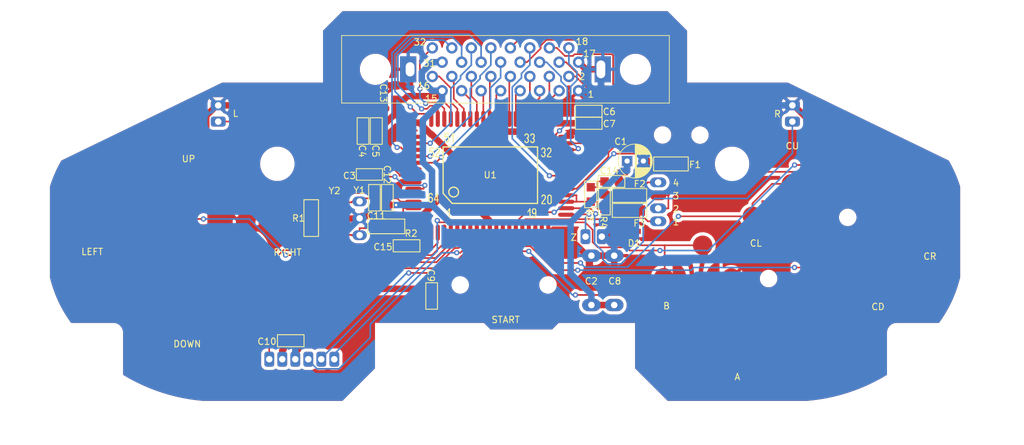
<source format=kicad_pcb>
(kicad_pcb (version 20221018) (generator pcbnew)
  (layers (0 "F.Cu" signal) (31 "B.Cu" signal) (34 "B.Paste" user) (35 "F.Paste" user) (36 "B.SilkS" user "B.Silkscreen") (37 "F.SilkS" user "F.Silkscreen") (38 "B.Mask" user) (39 "F.Mask" user) (44 "Edge.Cuts" user))
  (net 0 "")
  (net 1 "GND")
  (net 2 "VCC")
  (net 3 "Start")
  (net 4 "CNT-NUS.P60")
  (net 5 "F3.Data")
  (net 6 "R3-C14")
  (net 7 "N64.GND")
  (net 8 "N64.3v3")
  (net 9 "N64.Data")
  (net 10 "R2.OSC2")
  (net 11 "OSC1")
  (net 12 "OSC2")
  (net 13 "XA")
  (net 14 "XB")
  (net 15 "YA")
  (net 16 "YB")
  (net 17 "Up")
  (net 18 "Left")
  (net 19 "Right")
  (net 20 "Down")
  (net 21 "CU")
  (net 22 "CR")
  (net 23 "A")
  (net 24 "CD")
  (net 25 "B")
  (net 26 "CL")
  (net 27 "Z")
  (net 28 "R")
  (net 29 "A11")
  (net 30 "A9")
  (net 31 "A8")
  (net 32 "A13")
  (net 33 "WE")
  (net 34 "A15")
  (net 35 "CE")
  (net 36 "A14")
  (net 37 "A12")
  (net 38 "A7")
  (net 39 "A6")
  (net 40 "A5")
  (net 41 "A4")
  (net 42 "A3")
  (net 43 "A2")
  (net 44 "A1")
  (net 45 "A0")
  (net 46 "D0")
  (net 47 "D1")
  (net 48 "Detect")
  (net 49 "D2")
  (net 50 "D3")
  (net 51 "D4")
  (net 52 "D5")
  (net 53 "D6")
  (net 54 "D7")
  (net 55 "A10")
  (net 56 "OE")
  (net 57 "L")
  (footprint "MountingHole:MountingHole_2.2mm_M2" (layer "F.Cu") (at 175.559 82.92)
    (fp_text reference "H5" hide)
    (fp_text value "MountingHole_2.2mm_M2")
  )
  (footprint "N64 Controller:SMD Fuse" (layer "F.Cu") (at 164.737 92.2)
    (fp_text reference "F2")
    (fp_text value "Fuse_Small" hide)
  )
  (footprint "N64 Controller:Button Board Connector" (layer "F.Cu") (at 101.46 79.594)
    (fp_text reference "J3" hide)
    (fp_text value "Left Button" hide)
  )
  (footprint "N64 Controller:CU Button" (layer "F.Cu") (at 198.325 86.474)
    (fp_text reference "SW8" hide)
    (fp_text value "CU" hide)
  )
  (footprint "N64 Controller:CL Button" (layer "F.Cu") (at 188.702 95.498)
    (fp_text reference "SW7" hide)
    (fp_text value "CL" hide)
  )
  (footprint "N64 Controller:Accessory Port" (layer "F.Cu") (at 145.647 72.794)
    (fp_text reference "J1" hide)
    (fp_text value "~" hide)
  )
  (footprint "N64 Controller:SMD Fuse" (layer "F.Cu") (at 171.101 87.357)
    (fp_text reference "F1")
    (fp_text value "Fuse_Small" hide)
  )
  (footprint "N64 Controller:Small SMD" (layer "F.Cu") (at 158.456 81.103)
    (fp_text reference "C7")
    (fp_text value "1 nF" hide)
  )
  (footprint "N64 Controller:Small SMD" (layer "F.Cu") (at 124.712 88.99)
    (fp_text reference "C3")
    (fp_text value "100 nF" hide)
  )
  (footprint "MountingHole:MountingHole_2.2mm_M2" (layer "F.Cu") (at 198.292 95.55)
    (fp_text reference "H8" hide)
    (fp_text value "MountingHole_2.2mm_M2")
  )
  (footprint "N64 Controller:CR Button" (layer "F.Cu") (at 207.846 95.556)
    (fp_text reference "SW11" hide)
    (fp_text value "CR" hide)
  )
  (footprint "N64 Controller:Small SMD" (layer "F.Cu") (at 130.443 99.983)
    (fp_text reference "C15")
    (fp_text value "100 nF" hide)
  )
  (footprint "N64 Controller:TH Capacitor" (layer "F.Cu") (at 162.37 105.291)
    (fp_text reference "C8")
    (fp_text value "100 nF 500v" hide)
  )
  (footprint "N64 Controller:D-Pad Button" (layer "F.Cu") (at 105.699 100.824 180)
    (fp_text reference "SW3" hide)
    (fp_text value "RIGHT" hide)
  )
  (footprint "MountingHole:MountingHole_4.5mm" (layer "F.Cu") (at 180.658 87.489)
    (fp_text reference "H6" hide)
    (fp_text value "MountingHole_4.5mm")
  )
  (footprint "N64 Controller:Large SMD" (layer "F.Cu") (at 115.782 95.72)
    (fp_text reference "R1")
    (fp_text value "105" hide)
  )
  (footprint "N64 Controller:D-Pad Button" (layer "F.Cu") (at 87.602 100.709 180)
    (fp_text reference "SW2" hide)
    (fp_text value "LEFT" hide)
  )
  (footprint "N64 Controller:Small SMD" (layer "F.Cu") (at 158.456 79.256)
    (fp_text reference "C6")
    (fp_text value "100 nF" hide)
  )
  (footprint "N64 Controller:A Button" (layer "F.Cu") (at 186.116 116.014)
    (fp_text reference "SW9" hide)
    (fp_text value "A" hide)
  )
  (footprint "N64 Controller:Button Board Connector" (layer "F.Cu") (at 159.208 98.557 -90)
    (fp_text reference "J5" hide)
    (fp_text value "Z Button" hide)
  )
  (footprint "N64 Controller:Small SMD" (layer "F.Cu") (at 128.685 76.375 -90)
    (fp_text reference "C13")
    (fp_text value "1 nF" hide)
  )
  (footprint "N64 Controller:D-Pad Button" (layer "F.Cu") (at 96.755 91.741 90)
    (fp_text reference "SW1" hide)
    (fp_text value "UP" hide)
  )
  (footprint "N64 Controller:Small SMD" (layer "F.Cu") (at 125.508 92.58 -90)
    (fp_text reference "C11")
    (fp_text value "1 nF" hide)
  )
  (footprint "N64 Controller:D-Pad Button" (layer "F.Cu") (at 96.598 109.761 -90)
    (fp_text reference "SW4" hide)
    (fp_text value "DOWN" hide)
  )
  (footprint "N64 Controller:Small SMD" (layer "F.Cu") (at 158.764 92.061 -90)
    (fp_text reference "R3")
    (fp_text value "131" hide)
  )
  (footprint "MountingHole:MountingHole_2.2mm_M2" (layer "F.Cu") (at 152.179 105.995)
    (fp_text reference "H3" hide)
    (fp_text value "MountingHole_2.2mm_M2")
  )
  (footprint "MountingHole:MountingHole_2.2mm_M2" (layer "F.Cu") (at 138.685 105.999)
    (fp_text reference "H2" hide)
    (fp_text value "MountingHole_2.2mm_M2")
  )
  (footprint "N64 Controller:Small SMD" (layer "F.Cu") (at 127.476 92.58 -90)
    (fp_text reference "C12")
    (fp_text value "100 nF" hide)
  )
  (footprint "N64 Controller:Small SMD" (layer "F.Cu") (at 134.284 107.698 -90)
    (fp_text reference "C9")
    (fp_text value "1 nF" hide)
  )
  (footprint "N64 Controller:SMD Fuse" (layer "F.Cu") (at 164.737 94.522)
    (fp_text reference "F3")
    (fp_text value "Fuse_Small" hide)
  )
  (footprint "N64 Controller:Small SMD" (layer "F.Cu") (at 123.719 82.298 -90)
    (fp_text reference "C4")
    (fp_text value "100 nF" hide)
  )
  (footprint "MountingHole:MountingHole_2.2mm_M2" (layer "F.Cu") (at 186.117 105.018)
    (fp_text reference "H7" hide)
    (fp_text value "MountingHole_2.2mm_M2")
  )
  (footprint "N64 Controller:SOT-23 Diode" (layer "F.Cu") (at 164.466 97.746)
    (fp_text reference "D1")
    (fp_text value "MA744" hide)
  )
  (footprint "N64 Controller:Large SMD" (layer "F.Cu") (at 127.326 96.98 90)
    (fp_text reference "R2")
    (fp_text value "562" hide)
  )
  (footprint "N64 Controller:Joystick Connector" (layer "F.Cu") (at 114.314 117.44)
    (fp_text reference "J6" hide)
    (fp_text value "Joystick Connector" hide)
  )
  (footprint "N64 Controller:2 Mhz Oscillator SMD" (layer "F.Cu") (at 119.364 95.786 180)
    (fp_text reference "Y2")
    (fp_text value "2 MHz" hide)
  )
  (footprint "N64 Controller:Small SMD" (layer "F.Cu") (at 112.614 114.593)
    (fp_text reference "C10")
    (fp_text value "1 uF" hide)
  )
  (footprint "N64 Controller:CNT-NUS" (layer "F.Cu") (at 143.238 89.184)
    (fp_text reference "U1")
    (fp_text value "CNT-NUS" hide)
  )
  (footprint "N64 Controller:2 MHz Oscillator" (layer "F.Cu") (at 123.207 95.737 180)
    (fp_text reference "Y1")
    (fp_text value "2 MHz" hide)
  )
  (footprint "N64 Controller:Small SMD" (layer "F.Cu") (at 125.786 82.298 -90)
    (fp_text reference "C5")
    (fp_text value "1 nF" hide)
  )
  (footprint "N64 Controller:Button Board Connector" (layer "F.Cu") (at 189.776 79.594)
    (fp_text reference "J4" hide)
    (fp_text value "Right Button" hide)
  )
  (footprint "N64 Controller:CD Button" (layer "F.Cu") (at 198.23 104.529)
    (fp_text reference "SW10" hide)
    (fp_text value "CD" hide)
  )
  (footprint "N64 Controller:Small SMD" (layer "F.Cu") (at 160.862 93.182 -90)
    (fp_text reference "R4")
    (fp_text value "751" hide)
  )
  (footprint "N64 Controller:N64 Plug Cable Connector" (layer "F.Cu") (at 169.127 93.204)
    (fp_text reference "J2" hide)
    (fp_text value "N64 Controller Cable" hide)
  )
  (footprint "Capacitor_THT:CP_Radial_D5.0mm_P2.50mm" (layer "F.Cu") (at 164.3529 86.917)
    (fp_text reference "C1")
    (fp_text value "47 uF 16v")
  )
  (footprint "N64 Controller:B Button" (layer "F.Cu") (at 175.055 104.959)
    (fp_text reference "SW6" hide)
    (fp_text value "B" hide)
  )
  (footprint "MountingHole:MountingHole_4.5mm" (layer "F.Cu") (at 110.395 87.339)
    (fp_text reference "H1" hide)
    (fp_text value "MountingHole_4.5mm")
  )
  (footprint "N64 Controller:Small SMD" (layer "F.Cu") (at 161.992 90.06)
    (fp_text reference "C14")
    (fp_text value "68 pF" hide)
  )
  (footprint "N64 Controller:Start Button" (layer "F.Cu") (at 145.554 106.158)
    (fp_text reference "SW5" hide)
    (fp_text value "START" hide)
  )
  (footprint "N64 Controller:TH Capacitor" (layer "F.Cu") (at 158.862 105.291)
    (fp_text reference "C2")
    (fp_text value "1 nF 1000v" hide)
  )
  (footprint "MountingHole:MountingHole_2.2mm_M2" (layer "F.Cu") (at 169.806 82.902)
    (fp_text reference "H4" hide)
    (fp_text value "MountingHole_2.2mm_M2")
  )
  (gr_rect (start 162.08 91.158) (end 167.36 93.283) (stroke (width 0.15)) (fill none) (layer "F.SilkS"))
  (gr_rect (start 162.078 93.446) (end 167.366 95.602) (stroke (width 0.15)) (fill none) (layer "F.SilkS"))
  (gr_rect (start 156.4 78.328) (end 160.498 80.166) (stroke (width 0.15)) (fill none) (layer "F.SilkS"))
  (gr_rect (start 114.643 92.873) (end 116.885 98.531) (stroke (width 0.15)) (fill none) (layer "F.SilkS"))
  (gr_rect (start 168.436 86.292) (end 173.761 88.443) (stroke (width 0.15)) (fill none) (layer "F.SilkS"))
  (gr_rect (start 124.856 80.255) (end 126.689 84.338) (stroke (width 0.15)) (fill none) (layer "F.SilkS"))
  (gr_rect (start 124.478 95.851) (end 130.154 98.112) (stroke (width 0.15)) (fill none) (layer "F.SilkS"))
  (gr_rect (start 159.918 89.138) (end 163.999 90.97) (stroke (width 0.15)) (fill none) (layer "F.SilkS"))
  (gr_rect (start 126.581 90.531) (end 128.38 94.612) (stroke (width 0.15)) (fill none) (layer "F.SilkS"))
  (gr_rect (start 133.394 105.661) (end 135.185 109.732) (stroke (width 0.15)) (fill none) (layer "F.SilkS"))
  (gr_rect (start 124.598 90.539) (end 126.386 94.609) (stroke (width 0.15)) (fill none) (layer "F.SilkS"))
  (gr_rect (start 159.953 91.157) (end 161.765 95.22) (stroke (width 0.15)) (fill none) (layer "F.SilkS"))
  (gr_rect (start 110.576 113.663) (end 114.66 115.511) (stroke (width 0.15)) (fill none) (layer "F.SilkS"))
  (gr_rect (start 157.827 90.006) (end 159.696 94.114) (stroke (width 0.15)) (fill none) (layer "F.SilkS"))
  (gr_rect (start 128.377 99.04) (end 132.484 100.903) (stroke (width 0.15)) (fill none) (layer "F.SilkS"))
  (gr_rect (start 122.834 80.254) (end 124.623 84.34) (stroke (width 0.15)) (fill none) (layer "F.SilkS"))
  (gr_rect (start 156.4 80.166) (end 160.498 82.025) (stroke (width 0.15)) (fill none) (layer "F.SilkS"))
  (gr_rect (start 122.703 88.095) (end 126.724 89.867) (stroke (width 0.15)) (fill none) (layer "F.SilkS"))
  (gr_line (start 85.378 111.844) (end 78.828 111.844) (stroke (width 0.002)) (layer "Edge.Cuts"))
  (gr_arc (start 99.078 123.844) (mid 92.720378 122.556404) (end 86.828 119.844) (stroke (width 0.002)) (layer "Edge.Cuts"))
  (gr_line (start 212.328 111.844) (end 205.778 111.844) (stroke (width 0.002)) (layer "Edge.Cuts"))
  (gr_line (start 77.328 86.844) (end 102.078 74.844) (stroke (width 0.002)) (layer "Edge.Cuts"))
  (gr_line (start 165.578 118.844) (end 165.578 111.844) (stroke (width 0.002)) (layer "Edge.Cuts"))
  (gr_line (start 204.328 113.444) (end 204.328 119.844) (stroke (width 0.002)) (layer "Edge.Cuts"))
  (gr_arc (start 75.578 90.844) (mid 76.339365 88.794285) (end 77.328 86.844) (stroke (width 0.002)) (layer "Edge.Cuts"))
  (gr_line (start 153.828 111.844) (end 152.828 112.844) (stroke (width 0.002)) (layer "Edge.Cuts"))
  (gr_line (start 173.578 74.844) (end 189.078 74.844) (stroke (width 0.002)) (layer "Edge.Cuts"))
  (gr_line (start 75.578 104.844) (end 75.578 90.844) (stroke (width 0.002)) (layer "Edge.Cuts"))
  (gr_line (start 142.328 111.844) (end 125.578 111.844) (stroke (width 0.002)) (layer "Edge.Cuts"))
  (gr_arc (start 204.328 113.444) (mid 204.718301 112.340664) (end 205.778 111.844) (stroke (width 0.002)) (layer "Edge.Cuts"))
  (gr_line (start 192.078 123.844) (end 170.578 123.844) (stroke (width 0.002)) (layer "Edge.Cuts"))
  (gr_line (start 120.578 63.844) (end 170.578 63.844) (stroke (width 0.002)) (layer "Edge.Cuts"))
  (gr_arc (start 204.328 119.844) (mid 198.43562 122.556396) (end 192.078 123.844) (stroke (width 0.002)) (layer "Edge.Cuts"))
  (gr_line (start 125.578 118.844) (end 125.578 111.844) (stroke (width 0.002)) (layer "Edge.Cuts"))
  (gr_line (start 189.078 74.844) (end 213.828 86.844) (stroke (width 0.002)) (layer "Edge.Cuts"))
  (gr_line (start 170.578 123.844) (end 165.578 118.844) (stroke (width 0.002)) (layer "Edge.Cuts"))
  (gr_line (start 120.578 123.844) (end 125.578 118.844) (stroke (width 0.002)) (layer "Edge.Cuts"))
  (gr_line (start 117.578 74.844) (end 117.578 66.844) (stroke (width 0.002)) (layer "Edge.Cuts"))
  (gr_arc (start 78.828 111.844) (mid 76.855274 108.505444) (end 75.578 104.844) (stroke (width 0.002)) (layer "Edge.Cuts"))
  (gr_line (start 173.578 74.844) (end 173.578 66.844) (stroke (width 0.002)) (layer "Edge.Cuts"))
  (gr_arc (start 85.378 111.844) (mid 86.437694 112.340686) (end 86.828 113.444) (stroke (width 0.002)) (layer "Edge.Cuts"))
  (gr_line (start 165.578 111.844) (end 153.828 111.844) (stroke (width 0.002)) (layer "Edge.Cuts"))
  (gr_arc (start 213.828 86.844) (mid 214.816631 88.794286) (end 215.578 90.844) (stroke (width 0.002)) (layer "Edge.Cuts"))
  (gr_line (start 215.578 90.844) (end 215.578 104.844) (stroke (width 0.002)) (layer "Edge.Cuts"))
  (gr_line (start 86.828 113.444) (end 86.828 119.844) (stroke (width 0.002)) (layer "Edge.Cuts"))
  (gr_line (start 173.578 66.844) (end 170.578 63.844) (stroke (width 0.002)) (layer "Edge.Cuts"))
  (gr_line (start 152.828 112.844) (end 143.328 112.844) (stroke (width 0.002)) (layer "Edge.Cuts"))
  (gr_line (start 117.578 66.844) (end 120.578 63.844) (stroke (width 0.002)) (layer "Edge.Cuts"))
  (gr_line (start 143.328 112.844) (end 142.328 111.844) (stroke (width 0.002)) (layer "Edge.Cuts"))
  (gr_line (start 120.578 123.844) (end 99.078 123.844) (stroke (width 0.002)) (layer "Edge.Cuts"))
  (gr_line (start 102.078 74.844) (end 117.578 74.844) (stroke (width 0.002)) (layer "Edge.Cuts"))
  (gr_arc (start 215.578 104.844) (mid 214.300729 108.505446) (end 212.328 111.844) (stroke (width 0.002)) (layer "Edge.Cuts"))
  (gr_text "2" (at 156.839 74.506) (layer "F.SilkS") (effects (font (size 1 1)) (justify left bottom)))
  (gr_text "START" (at 143.41 111.941) (layer "F.SilkS") (effects (font (size 1 1)) (justify left bottom)))
  (gr_text "1" (at 158.217 77.221) (layer "F.SilkS") (effects (font (size 1 1)) (justify left bottom)))
  (gr_text "CU" (at 188.644 85.185) (layer "F.SilkS") (effects (font (size 1 1)) (justify left bottom)))
  (gr_text "16" (at 132.02 75.912) (layer "F.SilkS") (effects (font (size 1 1)) (justify left bottom)))
  (gr_text "CD" (at 201.851 109.943) (layer "F.SilkS") (effects (font (size 1 1)) (justify left bottom)))
  (gr_text "CR" (at 209.836 102.188) (layer "F.SilkS") (effects (font (size 1 1)) (justify left bottom)))
  (gr_text "L" (at 103.614 80.193) (layer "F.SilkS") (effects (font (size 1 1)) (justify left bottom)))
  (gr_text "Z" (at 155.573 99.269) (layer "F.SilkS") (effects (font (size 1 1)) (justify left bottom)))
  (gr_text "18" (at 156.364 69.105) (layer "F.SilkS") (effects (font (size 1 1)) (justify left bottom)))
  (gr_text "B" (at 169.822 109.815) (layer "F.SilkS") (effects (font (size 1 1)) (justify left bottom)))
  (gr_text "LEFT" (at 80.316 101.473) (layer "F.SilkS") (effects (font (size 1 1)) (justify left bottom)))
  (gr_text "15" (at 133.171 77.879) (layer "F.SilkS") (effects (font (size 1 1)) (justify left bottom)))
  (gr_text "DOWN" (at 94.474 115.673) (layer "F.SilkS") (effects (font (size 1 1)) (justify left bottom)))
  (gr_text "R" (at 186.879 80.253) (layer "F.SilkS") (effects (font (size 1 1)) (justify left bottom)))
  (gr_text "31" (at 132.898 72.456) (layer "F.SilkS") (effects (font (size 1 1)) (justify left bottom)))
  (gr_text "CL" (at 183.152 100.169) (layer "F.SilkS") (effects (font (size 1 1)) (justify left bottom)))
  (gr_text "A" (at 180.792 120.743) (layer "F.SilkS") (effects (font (size 1 1)) (justify left bottom)))
  (gr_text "RIGHT" (at 109.884 101.564) (layer "F.SilkS") (effects (font (size 1 1)) (justify left bottom)))
  (gr_text "32" (at 131.426 69.202) (layer "F.SilkS") (effects (font (size 1 1)) (justify left bottom)))
  (gr_text "17" (at 157.508 70.965) (layer "F.SilkS") (effects (font (size 1 1)) (justify left bottom)))
  (gr_text "UP" (at 95.781 87.17) (layer "F.SilkS") (effects (font (size 1 1)) (justify left bottom)))
  (segment (start 122.3631 95.737) (end 122.3141 95.786) (width 1) (layer "F.Cu") (net 1))
  (segment (start 103.3689 97.169) (end 103.4839 97.284) (width 1) (layer "F.Cu") (net 1))
  (segment (start 113.724 114.593) (end 113.724 115.9281) (width 1) (layer "F.Cu") (net 1))
  (segment (start 119.364 95.786) (end 114.1607 95.786) (width 1) (layer "F.Cu") (net 1))
  (segment (start 162.37 101.491) (end 160.2449 101.491) (width 1) (layer "F.Cu") (net 1))
  (segment (start 159.566 82.4381) (end 155.7339 82.4381) (width 1) (layer "F.Cu") (net 1))
  (segment (start 191.3772 109.0462) (end 191.3772 109.502) (width 1) (layer "F.Cu") (net 1))
  (segment (start 128.685 75.265) (end 130.0201 75.265) (width 1) (layer "F.Cu") (net 1))
  (segment (start 159.566 81.103) (end 159.566 82.4381) (width 1) (layer "F.Cu") (net 1))
  (segment (start 180.3832 106.8396) (end 181.6786 108.135) (width 1) (layer "F.Cu") (net 1))
  (segment (start 162.37 103.1411) (end 169.1609 109.932) (width 1) (layer "F.Cu") (net 1))
  (segment (start 129.333 99.983) (end 129.333 98.6479) (width 1) (layer "F.Cu") (net 1))
  (segment (start 187.9649 100.7557) (end 187.6802 100.471) (width 1) (layer "F.Cu") (net 1))
  (segment (start 191.1632 100.471) (end 188.9999 102.6343) (width 1) (layer "F.Cu") (net 1))
  (segment (start 127.9979 98.6479) (end 127.0761 97.7261) (width 1) (layer "F.Cu") (net 1))
  (segment (start 114.1607 95.786) (end 109.3821 95.786) (width 1) (layer "F.Cu") (net 1))
  (segment (start 193.106 81.4493) (end 193.106 82.1703) (width 1) (layer "F.Cu") (net 1))
  (segment (start 113.724 114.593) (end 119.509 108.808) (width 1) (layer "F.Cu") (net 1))
  (segment (start 114.1607 92.8836) (end 115.5743 91.47) (width 1) (layer "F.Cu") (net 1))
  (segment (start 137.3196 110.5085) (end 135.6191 108.808) (width 1) (layer "F.Cu") (net 1))
  (segment (start 191.3772 109.502) (end 191.3772 116.0284) (width 1) (layer "F.Cu") (net 1))
  (segment (start 131.488 83.1688) (end 131.488 83.184) (width 0.6298) (layer "F.Cu") (net 1))
  (segment (start 120.4765 78.344) (end 122.3737 80.2412) (width 1) (layer "F.Cu") (net 1))
  (segment (start 129.5378 87.599) (end 127.1211 85.1823) (width 1) (layer "F.Cu") (net 1))
  (segment (start 174.0332 109.932) (end 177.5303 109.932) (width 1) (layer "F.Cu") (net 1))
  (segment (start 189.776 78.344) (end 190.0007 78.344) (width 1) (layer "F.Cu") (net 1))
  (segment (start 159.566 78.763) (end 159.566 79.256) (width 1) (layer "F.Cu") (net 1))
  (segment (start 203.5582 104.5014) (end 206.7126 101.347) (width 1) (layer "F.Cu") (net 1))
  (segment (start 158.862 101.491) (end 160.2449 101.491) (width 1) (layer "F.Cu") (net 1))
  (segment (start 162.37 101.491) (end 162.37 103.1411) (width 1) (layer "F.Cu") (net 1))
  (segment (start 163.216 97.971) (end 163.216 96.796) (width 1) (layer "F.Cu") (net 1))
  (segment (start 158.862 101.491) (end 158.5525 101.8005) (width 1) (layer "F.Cu") (net 1))
  (segment (start 99.6137 79.9556) (end 101.2253 78.344) (width 1) (layer "F.Cu") (net 1))
  (segment (start 129.7072 92.184) (end 128.9932 91.47) (width 1) (layer "F.Cu") (net 1))
  (segment (start 122.3839 80.2514) (end 122.3737 80.2412) (width 1) (layer "F.Cu") (net 1))
  (segment (start 152.238 98.912) (end 152.238 99.8871) (width 1) (layer "F.Cu") (net 1))
  (segment (start 152.238 98.912) (end 152.213 98.912) (width 1) (layer "F.Cu") (net 1))
  (segment (start 129.7072 90.184) (end 131.488 90.184) (width 0.6298) (layer "F.Cu") (net 1))
  (segment (start 123.5392 95.4048) (end 123.207 95.737) (width 1) (layer "F.Cu") (net 1))
  (segment (start 127.1211 85.1823) (end 127.1211 83.408) (width 1) (layer "F.Cu") (net 1))
  (segment (start 109.3821 95.786) (end 107.8841 97.284) (width 1) (layer "F.Cu") (net 1))
  (segment (start 104.584 97.284) (end 105.684 97.284) (width 1) (layer "F.Cu") (net 1))
  (segment (start 156.5757 99.8871) (end 152.238 99.8871) (width 1) (layer "F.Cu") (net 1))
  (segment (start 160.322 72.794) (end 157.997 72.794) (width 1) (layer "F.Cu") (net 1))
  (segment (start 125.508 91.47) (end 124.1729 91.47) (width 1) (layer "F.Cu") (net 1))
  (segment (start 158.4891 101.8005) (end 158.4891 103.6343) (width 1) (layer "F.Cu") (net 1))
  (segment (start 191.3772 109.502) (end 197.2082 109.502) (width 1) (layer "F.Cu") (net 1))
  (segment (start 190.0007 78.344) (end 193.106 81.4493) (width 1) (layer "F.Cu") (net 1))
  (segment (start 100.295 85.0418) (end 99.6137 84.3605) (width 1) (layer "F.Cu") (net 1))
  (segment (start 124.1729 90.896) (end 124.1729 91.47) (width 1) (layer "F.Cu") (net 1))
  (segment (start 158.5525 101.8005) (end 158.4891 101.8005) (width 1) (layer "F.Cu") (net 1))
  (segment (start 84.0773 97.169) (end 87.587 97.169) (width 1) (layer "F.Cu") (net 1))
  (segment (start 104.584 97.284) (end 103.4839 97.284) (width 1) (layer "F.Cu") (net 1))
  (segment (start 129.5378 87.599) (end 129.723 87.7842) (width 0.6298) (layer "F.Cu") (net 1))
  (segment (start 83.4711 104.2714) (end 83.4711 97.7752) (width 1) (layer "F.Cu") (net 1))
  (segment (start 125.786 83.408) (end 124.4509 83.408) (width 1) (layer "F.Cu") (net 1))
  (segment (start 114.1607 95.786) (end 114.1607 92.8836) (width 1) (layer "F.Cu") (net 1))
  (segment (start 126.6659 95.4048) (end 123.5392 95.4048) (width 1) (layer "F.Cu") (net 1))
  (segment (start 180.3832 107.0791) (end 180.3832 106.8396) (width 1) (layer "F.Cu") (net 1))
  (segment (start 113.314 117.44) (end 113.314 116.3381) (width 1) (layer "F.Cu") (net 1))
  (segment (start 100.295 91.726) (end 100.295 93.9261) (width 1) (layer "F.Cu") (net 1))
  (segment (start 93.058 109.776) (end 88.9757 109.776) (width 1) (layer "F.Cu") (net 1))
  (segment (start 181.6786 108.135) (end 190.466 108.135) (width 1) (layer "F.Cu") (net 1))
  (segment (start 127.0761 97.7261) (end 127.0761 95.815) (width 1) (layer "F.Cu") (net 1))
  (segment (start 122.3737 80.2412) (end 127.3499 75.265) (width 1) (layer "F.Cu") (net 1))
  (segment (start 180.3832 106.8396) (end 180.3832 104.9314) (width 1) (layer "F.Cu") (net 1))
  (segment (start 115.5743 91.47) (end 124.1729 91.47) (width 1) (layer "F.Cu") (net 1))
  (segment (start 123.719 83.408) (end 122.3839 83.408) (width 1) (layer "F.Cu") (net 1))
  (segment (start 87.587 97.169) (end 100.295 97.169) (width 1) (layer "F.Cu") (net 1))
  (segment (start 158.4891 101.8005) (end 156.5757 99.8871) (width 1) (layer "F.Cu") (net 1))
  (segment (start 105.684 97.284) (end 107.8841 97.284) (width 1) (layer "F.Cu") (net 1))
  (segment (start 127.0761 95.815) (end 126.6659 95.4048) (width 1) (layer "F.Cu") (net 1))
  (segment (start 119.509 108.808) (end 134.284 108.808) (width 1) (layer "F.Cu") (net 1))
  (segment (start 131.488 83.1688) (end 127.3603 83.1688) (width 1) (layer "F.Cu") (net 1))
  (segment (start 160.458 98.557) (end 161.6269 98.557) (width 1) (layer "F.Cu") (net 1))
  (segment (start 129.723 87.7842) (end 129.723 88.184) (width 0.6298) (layer "F.Cu") (net 1))
  (segment (start 123.602 90.3251) (end 124.1729 90.896) (width 1) (layer "F.Cu") (net 1))
  (segment (start 177.5303 109.932) (end 180.3832 107.0791) (width 1) (layer "F.Cu") (net 1))
  (segment (start 149.7598 108.4398) (end 147.6911 110.5085) (width 1) (layer "F.Cu") (net 1))
  (segment (start 161.6269 98.557) (end 161.7659 98.696) (width 1) (layer "F.Cu") (net 1))
  (segment (start 188.9999 106.6689) (end 189.1227 106.7917) (width 1) (layer "F.Cu") (net 1))
  (segment (start 203.5582 104.5014) (end 203.5582 106.6658) (width 1) (layer "F.Cu") (net 1))
  (segment (start 169.601 87.357) (end 168.0259 87.357) (width 1) (layer "F.Cu") (net 1))
  (segment (start 101.46 78.344) (end 120.4765 78.344) (width 1) (layer "F.Cu") (net 1))
  (segment (start 157.997 72.794) (end 156.897 71.694) (width 1) (layer "F.Cu") (net 1))
  (segment (start 194.0302 97.604) (end 191.1632 100.471) (width 1) (layer "F.Cu") (net 1))
  (segment (start 128.685 75.265) (end 127.3499 75.265) (width 1) (layer "F.Cu") (net 1))
  (segment (start 83.4711 97.7752) (end 84.0773 97.169) (width 1) (layer "F.Cu") (net 1))
  (segment (start 166.8529 86.917) (end 167.5859 86.917) (width 1) (layer "F.Cu") (net 1))
  (segment (start 147.6911 110.5085) (end 137.3196 110.5085) (width 1) (layer "F.Cu") (net 1))
  (segment (start 101.2253 78.344) (end 101.46 78.344) (width 1) (layer "F.Cu") (net 1))
  (segment (start 128.9932 91.47) (end 128.8111 91.47) (width 1) (layer "F.Cu") (net 1))
  (segment (start 100.295 97.169) (end 103.3689 97.169) (width 1) (layer "F.Cu") (net 1))
  (segment (start 129.7072 92.184) (end 131.488 92.184) (width 0.6298) (layer "F.Cu") (net 1))
  (segment (start 99.6137 84.3605) (end 99.6137 79.9556) (width 1) (layer "F.Cu") (net 1))
  (segment (start 134.284 108.808) (end 135.6191 108.808) (width 1) (layer "F.Cu") (net 1))
  (segment (start 100.295 97.169) (end 100.295 93.9261) (width 1) (layer "F.Cu") (net 1))
  (segment (start 190.466 108.135) (end 191.3772 109.0462) (width 1) (layer "F.Cu") (net 1))
  (segment (start 129.7072 90.184) (end 128.8111 91.0801) (width 1) (layer "F.Cu") (net 1))
  (segment (start 123.207 95.737) (end 122.3631 95.737) (width 1) (layer "F.Cu") (net 1))
  (segment (start 169.1609 109.932) (end 174.0332 109.932) (width 1) (layer "F.Cu") (net 1))
  (segment (start 189.1227 106.7917) (end 191.3772 109.0462) (width 1) (layer "F.Cu") (net 1))
  (segment (start 122.3839 83.408) (end 122.3839 80.2514) (width 1) (layer "F.Cu") (net 1))
  (segment (start 88.9757 109.776) (end 83.4711 104.2714) (width 1) (layer "F.Cu") (net 1))
  (segment (start 123.602 89.6575) (end 123.602 88.99) (width 1) (layer "F.Cu") (net 1))
  (segment (start 125.508 91.47) (end 127.476 91.47) (width 1) (layer "F.Cu") (net 1))
  (segment (start 128.8111 91.0801) (end 128.8111 91.47) (width 1) (layer "F.Cu") (net 1))
  (segment (start 153.6836 108.4398) (end 149.7598 108.4398) (width 1) (layer "F.Cu") (net 1))
  (segment (start 123.719 83.408) (end 124.4509 83.408) (width 1) (layer "F.Cu") (net 1))
  (segment (start 203.5582 106.6658) (end 200.722 109.502) (width 1) (layer "F.Cu") (net 1))
  (segment (start 127.476 91.47) (end 128.8111 91.47) (width 1) (layer "F.Cu") (net 1))
  (segment (start 162.491 98.696) (end 161.7659 98.696) (width 1) (layer "F.Cu") (net 1))
  (segment (start 130.972 75.4941) (end 130.2492 75.4941) (width 1) (layer "F.Cu") (net 1))
  (segment (start 123.602 89.6575) (end 123.602 90.3251) (width 1) (layer "F.Cu") (net 1))
  (segment (start 152.238 97.937) (end 152.238 98.912) (width 1) (layer "F.Cu") (net 1))
  (segment (start 127.3603 83.1688) (end 127.1211 83.408) (width 1) (layer "F.Cu") (net 1))
  (segment (start 129.333 98.6479) (end 127.9979 98.6479) (width 1) (layer "F.Cu") (net 1))
  (segment (start 194.0302 95.4704) (end 194.0302 97.604) (width 1) (layer "F.Cu") (net 1))
  (segment (start 130.2492 75.4941) (end 130.0201 75.265) (width 1) (layer "F.Cu") (net 1))
  (segment (start 188.9999 102.6343) (end 188.9999 106.6689) (width 1) (layer "F.Cu") (net 1))
  (segment (start 152.213 98.912) (end 151.5431 98.2421) (width 1) (layer "F.Cu") (net 1))
  (segment (start 156.897 76.094) (end 159.566 78.763) (width 1) (layer "F.Cu") (net 1))
  (segment (start 191.1632 100.471) (end 187.6802 100.471) (width 1) (layer "F.Cu") (net 1))
  (segment (start 131.488 88.184) (end 129.723 88.184) (width 0.6298) (layer "F.Cu") (net 1))
  (segment (start 167.5859 86.917) (end 168.0259 87.357) (width 1) (layer "F.Cu") (net 1))
  (segment (start 158.4891 103.6343) (end 153.6836 108.4398) (width 1) (layer "F.Cu") (net 1))
  (segment (start 155.2931 82.8789) (end 154.988 83.184) (width 0.6298) (layer "F.Cu") (net 1))
  (segment (start 159.566 79.256) (end 159.566 81.103) (width 1) (layer "F.Cu") (net 1))
  (segment (start 151.5431 98.2421) (end 151.238 97.937) (width 0.6298) (layer "F.Cu") (net 1))
  (segment (start 155.7339 82.4381) (end 155.2931 82.8789) (width 1) (layer "F.Cu") (net 1))
  (segment (start 130.972 72.794) (end 130.972 75.4941) (width 1) (layer "F.Cu") (net 1))
  (segment (start 200.722 109.502) (end 197.2082 109.502) (width 1) (layer "F.Cu") (net 1))
  (segment (start 162.491 98.696) (end 163.216 97.971) (width 1) (layer "F.Cu") (net 1))
  (segment (start 119.364 95.786) (end 122.3141 95.786) (width 1) (layer "F.Cu") (net 1))
  (segment (start 100.295 91.726) (end 100.295 85.0418) (width 1) (layer "F.Cu") (net 1))
  (segment (start 125.786 83.408) (end 127.1211 83.408) (width 1) (layer "F.Cu") (net 1))
  (segment (start 206.7126 101.347) (end 206.7126 100.4212) (width 1) (layer "F.Cu") (net 1))
  (segment (start 113.314 116.3381) (end 113.724 115.9281) (width 1) (layer "F.Cu") (net 1))
  (segment (start 163.216 98.696) (end 162.491 98.696) (width 1) (layer "F.Cu") (net 1))
  (segment (start 156.897 76.094) (end 159.7221 76.094) (width 1) (layer "B.Cu") (net 1))
  (segment (start 113.314 105.63) (end 123.207 95.737) (width 1) (layer "B.Cu") (net 1))
  (segment (start 166.8529 81.5351) (end 170.044 78.344) (width 1) (layer "B.Cu") (net 1))
  (segment (start 160.322 72.794) (end 160.322 75.4941) (width 1) (layer "B.Cu") (net 1))
  (segment (start 160.7131 98.3019) (end 166.8529 92.1621) (width 1) (layer "B.Cu") (net 1))
  (segment (start 166.8529 86.917) (end 166.8529 82.0879) (width 1) (layer "B.Cu") (net 1))
  (segment (start 166.8529 82.0879) (end 166.8529 81.5351) (width 1) (layer "B.Cu") (net 1))
  (segment (start 166.8529 92.1621) (end 166.8529 86.917) (width 1) (layer "B.Cu") (net 1))
  (segment (start 159.7221 76.094) (end 160.322 75.4941) (width 1) (layer "B.Cu") (net 1))
  (segment (start 166.58 81.7521) (end 160.322 75.4941) (width 1) (layer "B.Cu") (net 1))
  (segment (start 162.37 99.8409) (end 162.2521 99.8409) (width 1) (layer "B.Cu") (net 1))
  (segment (start 113.314 117.44) (end 113.314 105.63) (width 1) (layer "B.Cu") (net 1))
  (segment (start 170.044 78.344) (end 189.776 78.344) (width 1) (layer "B.Cu") (net 1))
  (segment (start 162.37 101.491) (end 162.37 99.8409) (width 1) (layer "B.Cu") (net 1))
  (segment (start 162.2521 99.8409) (end 160.7131 98.3019) (width 1) (layer "B.Cu") (net 1))
  (segment (start 160.458 98.557) (end 160.7131 98.3019) (width 1) (layer "B.Cu") (net 1))
  (segment (start 145.238 81.9994) (end 145.238 80.434) (width 0.6298) (layer "F.Cu") (net 2))
  (segment (start 135.897 76.094) (end 135.0662 76.9248) (width 1) (layer "F.Cu") (net 2))
  (segment (start 152.2532 81.8564) (end 151.7254 82.3842) (width 1) (layer "F.Cu") (net 2))
  (segment (start 119.4444 106.588) (end 132.9489 106.588) (width 1) (layer "F.Cu") (net 2))
  (segment (start 135.6191 106.588) (end 135.6191 106.1529) (width 1) (layer "F.Cu") (net 2))
  (segment (start 131.553 99.983) (end 131.553 98.6479) (width 1) (layer "F.Cu") (net 2))
  (segment (start 128.7822 79.7092) (end 128.5999 79.7092) (width 1) (layer "F.Cu") (net 2))
  (segment (start 145.238 81.9994) (end 139.8612 87.3762) (width 1) (layer "F.Cu") (net 2))
  (segment (start 128.7822 77.485) (end 130.0201 77.485) (width 1) (layer "F.Cu") (net 2))
  (segment (start 163.102 90.06) (end 163.102 88.7249) (width 1) (layer "F.Cu") (net 2))
  (segment (start 133.9329 97.6289) (end 132.6875 97.6289) (width 1) (layer "F.Cu") (net 2))
  (segment (start 111.504 114.593) (end 111.504 114.5284) (width 1) (layer "F.Cu") (net 2))
  (segment (start 164.3529 86.917) (end 164.3529 88.4171) (width 1) (layer "F.Cu") (net 2))
  (segment (start 157.1829 80.5911) (end 157.346 80.5911) (width 1) (layer "F.Cu") (net 2))
  (segment (start 155.9959 81.103) (end 152.2532 81.103) (width 1) (layer "F.Cu") (net 2))
  (segment (start 133.9329 97.6289) (end 134.238 97.934) (width 0.6298) (layer "F.Cu") (net 2))
  (segment (start 164.0451 88.7249) (end 163.102 88.7249) (width 1) (layer "F.Cu") (net 2))
  (segment (start 128.7822 77.485) (end 128.7822 79.7092) (width 1) (layer "F.Cu") (net 2))
  (segment (start 123.719 81.188) (end 125.0541 81.188) (width 1) (layer "F.Cu") (net 2))
  (segment (start 131.7931 95.4891) (end 131.488 95.184) (width 0.6298) (layer "F.Cu") (net 2))
  (segment (start 127.476 93.69) (end 125.508 93.69) (width 1) (layer "F.Cu") (net 2))
  (segment (start 141.4378 100.3342) (end 142.6186 100.3342) (width 1) (layer "F.Cu") (net 2))
  (segment (start 125.786 81.188) (end 127.1211 81.188) (width 1) (layer "F.Cu") (net 2))
  (segment (start 143.238 96.1532) (end 138.886 91.8012) (width 1) (layer "F.Cu") (net 2))
  (segment (start 163.102 91.3951) (end 163.237 91.5301) (width 1) (layer "F.Cu") (net 2))
  (segment (start 130.087 81.014) (end 132.4019 81.014) (width 1) (layer "F.Cu") (net 2))
  (segment (start 132.4019 81.014) (end 134.2061 82.8182) (width 1) (layer "F.Cu") (net 2))
  (segment (start 134.3053 82.8182) (end 138.8633 87.3762) (width 1) (layer "F.Cu") (net 2))
  (segment (start 138.8633 87.3762) (end 138.8633 91.8012) (width 1) (layer "F.Cu") (net 2))
  (segment (start 132.6875 95.4891) (end 132.6875 97.6289) (width 1) (layer "F.Cu") (net 2))
  (segment (start 138.886 91.8012) (end 138.8633 91.8012) (width 1) (layer "F.Cu") (net 2))
  (segment (start 158.862 109.091) (end 162.37 109.091) (width 1) (layer "F.Cu") (net 2))
  (segment (start 152.2532 81.103) (end 152.2532 81.8564) (width 1) (layer "F.Cu") (net 2))
  (segment (start 132.6875 97.6289) (end 132.572 97.6289) (width 1) (layer "F.Cu") (net 2))
  (segment (start 136.3754 91.8012) (end 132.6875 95.4891) (width 1) (layer "F.Cu") (net 2))
  (segment (start 163.237 92.2) (end 161.6619 92.2) (width 1) (layer "F.Cu") (net 2))
  (segment (start 152.2532 80.4492) (end 152.2532 81.103) (width 1) (layer "F.Cu") (net 2))
  (segment (start 156.671 81.103) (end 155.9959 81.103) (width 1) (layer "F.Cu") (net 2))
  (segment (start 163.237 91.5301) (end 163.237 92.2) (width 1) (layer "F.Cu") (net 2))
  (segment (start 128.685 77.485) (end 128.7822 77.485) (width 1) (layer "F.Cu") (net 2))
  (segment (start 132.572 97.6289) (end 131.553 98.6479) (width 1) (layer "F.Cu") (net 2))
  (segment (start 134.2061 82.8182) (end 134.3053 82.8182) (width 1) (layer "F.Cu") (net 2))
  (segment (start 135.6191 106.1529) (end 141.4378 100.3342) (width 1) (layer "F.Cu") (net 2))
  (segment (start 142.6186 100.3342) (end 143.238 99.7148) (width 1) (layer "F.Cu") (net 2))
  (segment (start 145.6228 82.3842) (end 145.238 81.9994) (width 1) (layer "F.Cu") (net 2))
  (segment (start 111.314 116.1181) (end 111.314 117.44) (width 1) (layer "F.Cu") (net 2))
  (segment (start 134.284 106.588) (end 135.6191 106.588) (width 1) (layer "F.Cu") (net 2))
  (segment (start 157.346 79.256) (end 157.346 80.5911) (width 1) (layer "F.Cu") (net 2))
  (segment (start 163.102 90.06) (end 163.102 91.3951) (width 1) (layer "F.Cu") (net 2))
  (segment (start 143.238 99.7148) (end 143.238 97.934) (width 0.6298) (layer "F.Cu") (net 2))
  (segment (start 160.862 92.072) (end 161.5339 92.072) (width 1) (layer "F.Cu") (net 2))
  (segment (start 127.476 93.69) (end 128.8111 93.69) (width 1) (layer "F.Cu") (net 2))
  (segment (start 161.5339 92.072) (end 161.6619 92.2) (width 1) (layer "F.Cu") (net 2))
  (segment (start 164.3529 88.4171) (end 164.0451 88.7249) (width 1) (layer "F.Cu") (net 2))
  (segment (start 111.504 114.593) (end 111.504 115.9281) (width 1) (layer "F.Cu") (net 2))
  (segment (start 151.7254 82.3842) (end 145.6228 82.3842) (width 1) (layer "F.Cu") (net 2))
  (segment (start 139.8612 87.3762) (end 138.8633 87.3762) (width 1) (layer "F.Cu") (net 2))
  (segment (start 157.346 81.103) (end 156.671 81.103) (width 1) (layer "F.Cu") (net 2))
  (segment (start 128.7822 79.7092) (end 130.087 81.014) (width 1) (layer "F.Cu") (net 2))
  (segment (start 130.5803 76.9248) (end 130.0201 77.485) (width 1) (layer "F.Cu") (net 2))
  (segment (start 128.5999 79.7092) (end 127.1211 81.188) (width 1) (layer "F.Cu") (net 2))
  (segment (start 152.2532 80.4492) (end 152.238 80.434) (width 0.6298) (layer "F.Cu") (net 2))
  (segment (start 134.284 106.588) (end 132.9489 106.588) (width 1) (layer "F.Cu") (net 2))
  (segment (start 111.504 114.5284) (end 119.4444 106.588) (width 1) (layer "F.Cu") (net 2))
  (segment (start 135.0662 76.9248) (end 130.5803 76.9248) (width 1) (layer "F.Cu") (net 2))
  (segment (start 156.671 81.103) (end 157.1829 80.5911) (width 1) (layer "F.Cu") (net 2))
  (segment (start 125.786 81.188) (end 125.0541 81.188) (width 1) (layer "F.Cu") (net 2))
  (segment (start 143.238 96.1532) (end 143.238 97.934) (width 0.6298) (layer "F.Cu") (net 2))
  (segment (start 138.8633 91.8012) (end 136.3754 91.8012) (width 1) (layer "F.Cu") (net 2))
  (segment (start 111.504 115.9281) (end 111.314 116.1181) (width 1) (layer "F.Cu") (net 2))
  (segment (start 132.6875 95.4891) (end 131.7931 95.4891) (width 1) (layer "F.Cu") (net 2))
  (via (at 128.8111 93.69) (size 0.8) (drill 0.4) (layers "F.Cu" "B.Cu") (net 2))
  (segment (start 132.7754 73.2876) (end 132.7754 74.5109) (width 1) (layer "B.Cu") (net 2))
  (segment (start 164.3529 86.917) (end 164.3529 88.4171) (width 1) (layer "B.Cu") (net 2))
  (segment (start 134.369 71.694) (end 132.7754 73.2876) (width 1) (layer "B.Cu") (net 2))
  (segment (start 155.6626 104.2415) (end 158.862 107.4409) (width 1) (layer "B.Cu") (net 2))
  (segment (start 132.7754 74.5109) (end 134.3585 76.094) (width 1) (layer "B.Cu") (net 2))
  (segment (start 135.897 71.694) (end 134.369 71.694) (width 1) (layer "B.Cu") (net 2))
  (segment (start 155.6626 96.3625) (end 155.6626 104.2415) (width 1) (layer "B.Cu") (net 2))
  (segment (start 134.3585 76.094) (end 135.897 76.094) (width 1) (layer "B.Cu") (net 2))
  (segment (start 164.3529 88.4171) (end 163.608 88.4171) (width 1) (layer "B.Cu") (net 2))
  (segment (start 134.3484 88.4899) (end 132.9391 87.0806) (width 1) (layer "B.Cu") (net 2))
  (segment (start 137.0209 96.3625) (end 134.3484 93.69) (width 1) (layer "B.Cu") (net 2))
  (segment (start 132.9391 87.0806) (end 132.9391 80.6343) (width 1) (layer "B.Cu") (net 2))
  (segment (start 132.9391 80.6343) (end 135.897 77.6764) (width 1) (layer "B.Cu") (net 2))
  (segment (start 134.3484 93.69) (end 134.3484 88.4899) (width 1) (layer "B.Cu") (net 2))
  (segment (start 163.608 88.4171) (end 155.6626 96.3625) (width 1) (layer "B.Cu") (net 2))
  (segment (start 134.3484 93.69) (end 128.8111 93.69) (width 1) (layer "B.Cu") (net 2))
  (segment (start 158.862 109.091) (end 158.862 107.4409) (width 1) (layer "B.Cu") (net 2))
  (segment (start 155.6626 96.3625) (end 137.0209 96.3625) (width 1) (layer "B.Cu") (net 2))
  (segment (start 135.897 77.6764) (end 135.897 76.094) (width 1) (layer "B.Cu") (net 2))
  (segment (start 144.238 101.4998) (end 144.238 97.934) (width 0.25) (layer "F.Cu") (net 3))
  (segment (start 142.6558 103.082) (end 144.238 101.4998) (width 0.25) (layer "F.Cu") (net 3))
  (segment (start 133.0631 91.184) (end 133.0631 90.84) (width 0.25) (layer "F.Cu") (net 4))
  (segment (start 128.6431 89.3351) (end 127.1422 89.3351) (width 0.25) (layer "F.Cu") (net 4))
  (segment (start 131.488 91.184) (end 133.0631 91.184) (width 0.25) (layer "F.Cu") (net 4))
  (segment (start 133.0631 90.84) (end 133.2446 90.6585) (width 0.25) (layer "F.Cu") (net 4))
  (segment (start 125.822 88.99) (end 126.7971 88.99) (width 0.25) (layer "F.Cu") (net 4))
  (segment (start 127.1422 89.3351) (end 126.7971 88.99) (width 0.25) (layer "F.Cu") (net 4))
  (via (at 133.2446 90.6585) (size 0.8) (drill 0.4) (layers "F.Cu" "B.Cu") (net 4))
  (via (at 128.6431 89.3351) (size 0.8) (drill 0.4) (layers "F.Cu" "B.Cu") (net 4))
  (segment (start 129.9664 90.6584) (end 133.2446 90.6584) (width 0.25) (layer "B.Cu") (net 4))
  (segment (start 128.6431 89.3351) (end 129.9664 90.6584) (width 0.25) (layer "B.Cu") (net 4))
  (segment (start 133.2446 90.6584) (end 133.2446 90.6585) (width 0.25) (layer "B.Cu") (net 4))
  (segment (start 160.862 94.292) (end 161.8221 94.292) (width 0.25) (layer "F.Cu") (net 5))
  (segment (start 161.8221 94.3072) (end 162.0369 94.522) (width 0.25) (layer "F.Cu") (net 5))
  (segment (start 156.5631 92.184) (end 156.5631 93.171) (width 0.25) (layer "F.Cu") (net 5))
  (segment (start 158.764 93.171) (end 159.7241 93.171) (width 0.25) (layer "F.Cu") (net 5))
  (segment (start 165.716 97.001) (end 163.237 94.522) (width 0.25) (layer "F.Cu") (net 5))
  (segment (start 156.5631 93.171) (end 156.5631 93.184) (width 0.25) (layer "F.Cu") (net 5))
  (segment (start 159.7241 93.171) (end 159.7241 94.1142) (width 0.25) (layer "F.Cu") (net 5))
  (segment (start 165.716 97.0209) (end 165.716 97.001) (width 0.25) (layer "F.Cu") (net 5))
  (segment (start 154.988 93.184) (end 156.5631 93.184) (width 0.25) (layer "F.Cu") (net 5))
  (segment (start 163.237 94.522) (end 162.0369 94.522) (width 0.25) (layer "F.Cu") (net 5))
  (segment (start 156.5631 93.171) (end 157.8039 93.171) (width 0.25) (layer "F.Cu") (net 5))
  (segment (start 158.764 93.171) (end 157.8039 93.171) (width 0.25) (layer "F.Cu") (net 5))
  (segment (start 154.988 92.184) (end 156.5631 92.184) (width 0.25) (layer "F.Cu") (net 5))
  (segment (start 159.7241 94.1142) (end 159.9019 94.292) (width 0.25) (layer "F.Cu") (net 5))
  (segment (start 161.8221 94.292) (end 161.8221 94.3072) (width 0.25) (layer "F.Cu") (net 5))
  (segment (start 165.716 97.746) (end 165.716 97.0209) (width 0.25) (layer "F.Cu") (net 5))
  (segment (start 160.862 94.292) (end 159.9019 94.292) (width 0.25) (layer "F.Cu") (net 5))
  (segment (start 160.882 90.06) (end 159.9069 90.06) (width 0.25) (layer "F.Cu") (net 6))
  (segment (start 158.764 90.951) (end 159.7241 90.951) (width 0.25) (layer "F.Cu") (net 6))
  (segment (start 159.7241 90.951) (end 159.7241 90.2428) (width 0.25) (layer "F.Cu") (net 6))
  (segment (start 159.7241 90.2428) (end 159.9069 90.06) (width 0.25) (layer "F.Cu") (net 6))
  (segment (start 170.7021 92.204) (end 172.601 90.3051) (width 0.25) (layer "F.Cu") (net 7))
  (segment (start 170.7021 92.204) (end 170.7021 94.204) (width 0.25) (layer "F.Cu") (net 7))
  (segment (start 170.6391 92.204) (end 170.7021 92.204) (width 0.25) (layer "F.Cu") (net 7))
  (segment (start 169.127 94.204) (end 170.7021 94.204) (width 0.25) (layer "F.Cu") (net 7))
  (segment (start 172.601 90.3051) (end 172.601 87.357) (width 0.25) (layer "F.Cu") (net 7))
  (segment (start 169.127 92.204) (end 170.6391 92.204) (width 0.25) (layer "F.Cu") (net 7))
  (segment (start 166.681 91.0749) (end 166.237 91.0749) (width 0.25) (layer "F.Cu") (net 8))
  (segment (start 167.5519 90.204) (end 166.681 91.0749) (width 0.25) (layer "F.Cu") (net 8))
  (segment (start 166.237 92.2) (end 166.237 91.0749) (width 0.25) (layer "F.Cu") (net 8))
  (segment (start 169.127 90.204) (end 167.5519 90.204) (width 0.25) (layer "F.Cu") (net 8))
  (segment (start 169.127 96.204) (end 167.5519 96.204) (width 0.25) (layer "F.Cu") (net 9))
  (segment (start 166.237 94.522) (end 166.237 95.6471) (width 0.25) (layer "F.Cu") (net 9))
  (segment (start 166.995 95.6471) (end 166.237 95.6471) (width 0.25) (layer "F.Cu") (net 9))
  (segment (start 167.5519 96.204) (end 166.995 95.6471) (width 0.25) (layer "F.Cu") (net 9))
  (segment (start 124.169 97.2619) (end 124.4509 96.98) (width 0.25) (layer "F.Cu") (net 10))
  (segment (start 123.207 98.337) (end 123.207 97.2619) (width 0.25) (layer "F.Cu") (net 10))
  (segment (start 119.364 98.286) (end 117.7981 98.286) (width 0.25) (layer "F.Cu") (net 10))
  (segment (start 115.782 97.47) (end 116.9821 97.47) (width 0.25) (layer "F.Cu") (net 10))
  (segment (start 123.207 98.337) (end 121.9901 98.337) (width 0.25) (layer "F.Cu") (net 10))
  (segment (start 123.207 97.2619) (end 124.169 97.2619) (width 0.25) (layer "F.Cu") (net 10))
  (segment (start 119.364 98.286) (end 121.9391 98.286) (width 0.25) (layer "F.Cu") (net 10))
  (segment (start 125.576 96.98) (end 124.4509 96.98) (width 0.25) (layer "F.Cu") (net 10))
  (segment (start 117.7981 98.286) (end 116.9821 97.47) (width 0.25) (layer "F.Cu") (net 10))
  (segment (start 121.9901 98.337) (end 121.9391 98.286) (width 0.25) (layer "F.Cu") (net 10))
  (segment (start 131.488 93.184) (end 129.9129 93.184) (width 0.25) (layer "F.Cu") (net 11))
  (segment (start 119.364 93.286) (end 117.6661 93.286) (width 0.25) (layer "F.Cu") (net 11))
  (segment (start 123.207 93.137) (end 122.0881 93.137) (width 0.25) (layer "F.Cu") (net 11))
  (segment (start 129.9129 93.184) (end 129.5168 93.184) (width 0.25) (layer "F.Cu") (net 11))
  (segment (start 122.0881 93.137) (end 121.9391 93.286) (width 0.25) (layer "F.Cu") (net 11))
  (segment (start 123.6814 92.6626) (end 123.207 93.137) (width 0.25) (layer "F.Cu") (net 11))
  (segment (start 128.9954 92.6626) (end 123.6814 92.6626) (width 0.25) (layer "F.Cu") (net 11))
  (segment (start 117.6661 93.286) (end 116.9821 93.97) (width 0.25) (layer "F.Cu") (net 11))
  (segment (start 115.782 93.97) (end 116.9821 93.97) (width 0.25) (layer "F.Cu") (net 11))
  (segment (start 129.5168 93.184) (end 128.9954 92.6626) (width 0.25) (layer "F.Cu") (net 11))
  (segment (start 119.364 93.286) (end 121.9391 93.286) (width 0.25) (layer "F.Cu") (net 11))
  (segment (start 131.488 94.184) (end 129.9129 94.184) (width 0.25) (layer "F.Cu") (net 12))
  (segment (start 129.9129 94.184) (end 129.9129 94.943) (width 0.25) (layer "F.Cu") (net 12))
  (segment (start 129.9129 94.943) (end 129.076 95.7799) (width 0.25) (layer "F.Cu") (net 12))
  (segment (start 129.076 96.98) (end 129.076 95.7799) (width 0.25) (layer "F.Cu") (net 12))
  (segment (start 137.8479 100.3115) (end 134.7338 103.4256) (width 0.25) (layer "F.Cu") (net 13))
  (segment (start 139.238 97.934) (end 139.238 99.5091) (width 0.25) (layer "F.Cu") (net 13))
  (segment (start 138.4356 100.3115) (end 137.8479 100.3115) (width 0.25) (layer "F.Cu") (net 13))
  (segment (start 134.7338 103.4256) (end 120.8626 103.4256) (width 0.25) (layer "F.Cu") (net 13))
  (segment (start 120.8626 103.4256) (end 109.314 114.9742) (width 0.25) (layer "F.Cu") (net 13))
  (segment (start 109.314 114.9742) (end 109.314 117.44) (width 0.25) (layer "F.Cu") (net 13))
  (segment (start 139.238 99.5091) (end 138.4356 100.3115) (width 0.25) (layer "F.Cu") (net 13))
  (segment (start 138.7105 101.0366) (end 138.1481 101.0366) (width 0.25) (layer "F.Cu") (net 14))
  (segment (start 140.238 97.934) (end 140.238 99.5091) (width 0.25) (layer "F.Cu") (net 14))
  (segment (start 140.238 99.5091) (end 138.7105 101.0366) (width 0.25) (layer "F.Cu") (net 14))
  (via (at 138.1481 101.0366) (size 0.8) (drill 0.4) (layers "F.Cu" "B.Cu") (net 14))
  (segment (start 124.845 112.0681) (end 124.845 114.1013) (width 0.25) (layer "B.Cu") (net 14))
  (segment (start 115.314 117.5783) (end 115.314 117.44) (width 0.25) (layer "B.Cu") (net 14))
  (segment (start 116.6523 118.9166) (end 115.314 117.5783) (width 0.25) (layer "B.Cu") (net 14))
  (segment (start 138.1481 101.0366) (end 135.8765 101.0366) (width 0.25) (layer "B.Cu") (net 14))
  (segment (start 120.0297 118.9166) (end 116.6523 118.9166) (width 0.25) (layer "B.Cu") (net 14))
  (segment (start 135.8765 101.0366) (end 124.845 112.0681) (width 0.25) (layer "B.Cu") (net 14))
  (segment (start 124.845 114.1013) (end 120.0297 118.9166) (width 0.25) (layer "B.Cu") (net 14))
  (segment (start 136.2763 104.1507) (end 130.76 104.1507) (width 0.25) (layer "F.Cu") (net 15))
  (segment (start 140.9179 99.5091) (end 136.2763 104.1507) (width 0.25) (layer "F.Cu") (net 15))
  (segment (start 142.238 97.934) (end 142.238 99.5091) (width 0.25) (layer "F.Cu") (net 15))
  (segment (start 142.238 99.5091) (end 140.9179 99.5091) (width 0.25) (layer "F.Cu") (net 15))
  (via (at 130.76 104.1507) (size 0.8) (drill 0.4) (layers "F.Cu" "B.Cu") (net 15))
  (segment (start 117.314 117.2921) (end 117.314 117.44) (width 0.25) (layer "B.Cu") (net 15))
  (segment (start 130.4554 104.1507) (end 117.314 117.2921) (width 0.25) (layer "B.Cu") (net 15))
  (segment (start 130.76 104.1507) (end 130.4554 104.1507) (width 0.25) (layer "B.Cu") (net 15))
  (segment (start 141.238 97.934) (end 141.238 96.3589) (width 0.25) (layer "F.Cu") (net 16))
  (segment (start 141.238 96.3589) (end 135.4348 96.3589) (width 0.25) (layer "F.Cu") (net 16))
  (segment (start 135.4348 96.3589) (end 135.1584 96.0825) (width 0.25) (layer "F.Cu") (net 16))
  (via (at 135.1584 96.0825) (size 0.8) (drill 0.4) (layers "F.Cu" "B.Cu") (net 16))
  (segment (start 119.314 117.44) (end 119.314 116.6222) (width 0.25) (layer "B.Cu") (net 16))
  (segment (start 119.314 116.6222) (end 135.1584 100.7778) (width 0.25) (layer "B.Cu") (net 16))
  (segment (start 135.1584 100.7778) (end 135.1584 96.0825) (width 0.25) (layer "B.Cu") (net 16))
  (segment (start 136.238 97.934) (end 136.238 99.5091) (width 0.25) (layer "F.Cu") (net 17))
  (segment (start 94.475 95.8386) (end 99.1926 95.8386) (width 0.25) (layer "F.Cu") (net 17))
  (segment (start 93.198 94.5616) (end 94.475 95.8386) (width 0.25) (layer "F.Cu") (net 17))
  (segment (start 136.238 99.5091) (end 134.3403 101.4068) (width 0.25) (layer "F.Cu") (net 17))
  (segment (start 93.198 91.727) (end 93.198 94.5616) (width 0.25) (layer "F.Cu") (net 17))
  (segment (start 134.3403 101.4068) (end 111.8204 101.4068) (width 0.25) (layer "F.Cu") (net 17))
  (via (at 111.8204 101.4068) (size 0.8) (drill 0.4) (layers "F.Cu" "B.Cu") (net 17))
  (via (at 99.1926 95.8386) (size 0.8) (drill 0.4) (layers "F.Cu" "B.Cu") (net 17))
  (segment (start 99.1926 95.8386) (end 106.2522 95.8386) (width 0.25) (layer "B.Cu") (net 17))
  (segment (start 106.2522 95.8386) (end 111.8204 101.4068) (width 0.25) (layer "B.Cu") (net 17))
  (segment (start 137.238 97.934) (end 137.238 99.5091) (width 0.25) (layer "F.Cu") (net 18))
  (segment (start 101.8643 107.2109) (end 98.9194 104.266) (width 0.25) (layer "F.Cu") (net 18))
  (segment (start 134.8901 101.857) (end 113.8329 101.857) (width 0.25) (layer "F.Cu") (net 18))
  (segment (start 137.238 99.5091) (end 134.8901 101.857) (width 0.25) (layer "F.Cu") (net 18))
  (segment (start 108.479 107.2109) (end 101.8643 107.2109) (width 0.25) (layer "F.Cu") (net 18))
  (segment (start 113.8329 101.857) (end 108.479 107.2109) (width 0.25) (layer "F.Cu") (net 18))
  (segment (start 98.9194 104.266) (end 87.588 104.266) (width 0.25) (layer "F.Cu") (net 18))
  (segment (start 135.238 97.934) (end 135.238 99.5091) (width 0.25) (layer "F.Cu") (net 19))
  (segment (start 133.8039 100.9432) (end 117.0618 100.9432) (width 0.25) (layer "F.Cu") (net 19))
  (segment (start 109.986 102.9119) (end 108.5169 104.381) (width 0.25) (layer "F.Cu") (net 19))
  (segment (start 108.5169 104.381) (end 105.685 104.381) (width 0.25) (layer "F.Cu") (net 19))
  (segment (start 135.238 99.5091) (end 133.8039 100.9432) (width 0.25) (layer "F.Cu") (net 19))
  (segment (start 111.4869 100.6507) (end 109.986 102.1516) (width 0.25) (layer "F.Cu") (net 19))
  (segment (start 116.7693 100.6507) (end 111.4869 100.6507) (width 0.25) (layer "F.Cu") (net 19))
  (segment (start 117.0618 100.9432) (end 116.7693 100.6507) (width 0.25) (layer "F.Cu") (net 19))
  (segment (start 109.986 102.1516) (end 109.986 102.9119) (width 0.25) (layer "F.Cu") (net 19))
  (segment (start 138.238 97.934) (end 138.238 99.5091) (width 0.25) (layer "F.Cu") (net 20))
  (segment (start 100.155 109.775) (end 113.8765 109.775) (width 0.25) (layer "F.Cu") (net 20))
  (segment (start 121.1578 102.4937) (end 135.0292 102.4937) (width 0.25) (layer "F.Cu") (net 20))
  (segment (start 113.8765 109.775) (end 121.1578 102.4937) (width 0.25) (layer "F.Cu") (net 20))
  (segment (start 138.0138 99.5091) (end 138.238 99.5091) (width 0.25) (layer "F.Cu") (net 20))
  (segment (start 135.0292 102.4937) (end 138.0138 99.5091) (width 0.25) (layer "F.Cu") (net 20))
  (segment (start 159.0488 99.3994) (end 159.8652 100.2158) (width 0.25) (layer "F.Cu") (net 21))
  (segment (start 164.768 100.6925) (end 169.4031 100.6925) (width 0.25) (layer "F.Cu") (net 21))
  (segment (start 192.0016 87.5213) (end 193.1457 86.3772) (width 0.25) (layer "F.Cu") (net 21))
  (segment (start 157.9028 96.3619) (end 159.0488 97.5079) (width 0.25) (layer "F.Cu") (net 21))
  (segment (start 150.238 97.937) (end 150.238 96.3619) (width 0.25) (layer "F.Cu") (net 21))
  (segment (start 190.113 87.5213) (end 192.0016 87.5213) (width 0.25) (layer "F.Cu") (net 21))
  (segment (start 150.238 96.3619) (end 157.9028 96.3619) (width 0.25) (layer "F.Cu") (net 21))
  (segment (start 159.8652 100.2158) (end 164.2913 100.2158) (width 0.25) (layer "F.Cu") (net 21))
  (segment (start 159.0488 97.5079) (end 159.0488 99.3994) (width 0.25) (layer "F.Cu") (net 21))
  (segment (start 164.2913 100.2158) (end 164.768 100.6925) (width 0.25) (layer "F.Cu") (net 21))
  (via (at 169.4031 100.6925) (size 0.8) (drill 0.4) (layers "F.Cu" "B.Cu") (net 21))
  (via (at 190.113 87.5213) (size 0.8) (drill 0.4) (layers "F.Cu" "B.Cu") (net 21))
  (segment (start 190.113 87.5213) (end 190.0097 87.5213) (width 0.25) (layer "B.Cu") (net 21))
  (segment (start 190.0097 87.5213) (end 176.8385 100.6925) (width 0.25) (layer "B.Cu") (net 21))
  (segment (start 176.8385 100.6925) (end 169.4031 100.6925) (width 0.25) (layer "B.Cu") (net 21))
  (segment (start 202.6622 95.4734) (end 202.6622 91.8387) (width 0.25) (layer "F.Cu") (net 22))
  (segment (start 147.238 97.934) (end 147.238 96.3589) (width 0.25) (layer "F.Cu") (net 22))
  (segment (start 204.0238 91.8387) (end 205.006 90.8565) (width 0.25) (layer "F.Cu") (net 22))
  (segment (start 148.7987 94.7982) (end 153.1252 94.7982) (width 0.25) (layer "F.Cu") (net 22))
  (segment (start 162.3138 85.7859) (end 173.1743 85.7859) (width 0.25) (layer "F.Cu") (net 22))
  (segment (start 173.1743 85.7859) (end 177.7034 90.315) (width 0.25) (layer "F.Cu") (net 22))
  (segment (start 191.123285 88.5789) (end 194.383085 91.8387) (width 0.25) (layer "F.Cu") (net 22))
  (segment (start 182.1501 90.315) (end 183.8862 88.5789) (width 0.25) (layer "F.Cu") (net 22))
  (segment (start 194.383085 91.8387) (end 202.6622 91.8387) (width 0.25) (layer "F.Cu") (net 22))
  (segment (start 183.8862 88.5789) (end 191.123285 88.5789) (width 0.25) (layer "F.Cu") (net 22))
  (segment (start 177.7034 90.315) (end 182.1501 90.315) (width 0.25) (layer "F.Cu") (net 22))
  (segment (start 202.6622 91.8387) (end 204.0238 91.8387) (width 0.25) (layer "F.Cu") (net 22))
  (segment (start 147.238 96.3589) (end 148.7987 94.7982) (width 0.25) (layer "F.Cu") (net 22))
  (via (at 153.1252 94.7982) (size 0.8) (drill 0.4) (layers "F.Cu" "B.Cu") (net 22))
  (via (at 162.3138 85.7859) (size 0.8) (drill 0.4) (layers "F.Cu" "B.Cu") (net 22))
  (segment (start 153.3015 94.7982) (end 162.3138 85.7859) (width 0.25) (layer "B.Cu") (net 22))
  (segment (start 153.1252 94.7982) (end 153.3015 94.7982) (width 0.25) (layer "B.Cu") (net 22))
  (segment (start 165.2817 107.5429) (end 173.2728 115.534) (width 0.25) (layer "F.Cu") (net 23))
  (segment (start 146.5424 100.8135) (end 149.2235 100.8135) (width 0.25) (layer "F.Cu") (net 23))
  (segment (start 179.9075 115.949) (end 179.4925 115.5339) (width 0.25) (layer "F.Cu") (net 23))
  (segment (start 179.4924 115.534) (end 179.4925 115.5339) (width 0.25) (layer "F.Cu") (net 23))
  (segment (start 145.238 97.934) (end 145.238 99.5091) (width 0.25) (layer "F.Cu") (net 23))
  (segment (start 145.238 99.5091) (end 146.5424 100.8135) (width 0.25) (layer "F.Cu") (net 23))
  (segment (start 156.3981 107.5429) (end 165.2817 107.5429) (width 0.25) (layer "F.Cu") (net 23))
  (segment (start 184.0384 110.988) (end 187.0116 110.988) (width 0.25) (layer "F.Cu") (net 23))
  (segment (start 173.2728 115.534) (end 179.4924 115.534) (width 0.25) (layer "F.Cu") (net 23))
  (segment (start 179.4925 115.5339) (end 184.0384 110.988) (width 0.25) (layer "F.Cu") (net 23))
  (via (at 156.3981 107.5429) (size 0.8) (drill 0.4) (layers "F.Cu" "B.Cu") (net 23))
  (via (at 149.2235 100.8135) (size 0.8) (drill 0.4) (layers "F.Cu" "B.Cu") (net 23))
  (segment (start 155.9529 107.5429) (end 156.3981 107.5429) (width 0.25) (layer "B.Cu") (net 23))
  (segment (start 149.2235 100.8135) (end 155.9529 107.5429) (width 0.25) (layer "B.Cu") (net 23))
  (segment (start 149.4686 100.0331) (end 146.762 100.0331) (width 0.25) (layer "F.Cu") (net 24))
  (segment (start 146.762 100.0331) (end 146.238 99.5091) (width 0.25) (layer "F.Cu") (net 24))
  (segment (start 201.1769 99.8183) (end 195.8385 99.8183) (width 0.25) (layer "F.Cu") (net 24))
  (segment (start 193.1601 103.3109) (end 193.1601 104.4617) (width 0.25) (layer "F.Cu") (net 24))
  (segment (start 153.1569 103.7214) (end 149.4686 100.0331) (width 0.25) (layer "F.Cu") (net 24))
  (segment (start 190.0999 103.3109) (end 193.1601 103.3109) (width 0.25) (layer "F.Cu") (net 24))
  (segment (start 195.8385 99.8183) (end 193.1601 102.4967) (width 0.25) (layer "F.Cu") (net 24))
  (segment (start 146.238 97.934) (end 146.238 99.5091) (width 0.25) (layer "F.Cu") (net 24))
  (segment (start 156.7627 103.7214) (end 153.1569 103.7214) (width 0.25) (layer "F.Cu") (net 24))
  (segment (start 193.1601 102.4967) (end 193.1601 103.3109) (width 0.25) (layer "F.Cu") (net 24))
  (via (at 190.0999 103.3109) (size 0.8) (drill 0.4) (layers "F.Cu" "B.Cu") (net 24))
  (via (at 156.7627 103.7214) (size 0.8) (drill 0.4) (layers "F.Cu" "B.Cu") (net 24))
  (segment (start 174.219 103.7214) (end 174.6295 103.3109) (width 0.25) (layer "B.Cu") (net 24))
  (segment (start 174.6295 103.3109) (end 190.0999 103.3109) (width 0.25) (layer "B.Cu") (net 24))
  (segment (start 156.7627 103.7214) (end 174.219 103.7214) (width 0.25) (layer "B.Cu") (net 24))
  (segment (start 175.9779 99.891) (end 170.1282 99.891) (width 0.25) (layer "F.Cu") (net 25))
  (segment (start 163.9071 95.8774) (end 148.7195 95.8774) (width 0.25) (layer "F.Cu") (net 25))
  (segment (start 148.238 97.934) (end 148.238 96.3589) (width 0.25) (layer "F.Cu") (net 25))
  (segment (start 164.2911 96.2614) (end 163.9071 95.8774) (width 0.25) (layer "F.Cu") (net 25))
  (segment (start 164.2911 97.9495) (end 164.2911 96.2614) (width 0.25) (layer "F.Cu") (net 25))
  (segment (start 148.7195 95.8774) (end 148.238 96.3589) (width 0.25) (layer "F.Cu") (net 25))
  (segment (start 169.9851 104.8917) (end 170.1282 104.7486) (width 0.25) (layer "F.Cu") (net 25))
  (segment (start 170.1282 104.7486) (end 170.1282 99.891) (width 0.25) (layer "F.Cu") (net 25))
  (segment (start 166.2326 99.891) (end 164.2911 97.9495) (width 0.25) (layer "F.Cu") (net 25))
  (segment (start 170.1282 99.891) (end 166.2326 99.891) (width 0.25) (layer "F.Cu") (net 25))
  (segment (start 172.2387 95.4307) (end 183.6321 95.4307) (width 0.25) (layer "F.Cu") (net 26))
  (segment (start 149.238 97.934) (end 149.238 99.5091) (width 0.25) (layer "F.Cu") (net 26))
  (segment (start 183.6321 93.4361) (end 186.6382 90.43) (width 0.25) (layer "F.Cu") (net 26))
  (segment (start 183.6321 95.4307) (end 183.6321 93.4361) (width 0.25) (layer "F.Cu") (net 26))
  (segment (start 186.6382 90.43) (end 189.6249 90.43) (width 0.25) (layer "F.Cu") (net 26))
  (segment (start 157.1851 102.61) (end 152.9755 102.61) (width 0.25) (layer "F.Cu") (net 26))
  (segment (start 149.8746 99.5091) (end 149.238 99.5091) (width 0.25) (layer "F.Cu") (net 26))
  (segment (start 152.9755 102.61) (end 149.8746 99.5091) (width 0.25) (layer "F.Cu") (net 26))
  (via (at 172.2387 95.4307) (size 0.8) (drill 0.4) (layers "F.Cu" "B.Cu") (net 26))
  (via (at 157.1851 102.61) (size 0.8) (drill 0.4) (layers "F.Cu" "B.Cu") (net 26))
  (segment (start 157.8188 103.2437) (end 164.4257 103.2437) (width 0.25) (layer "B.Cu") (net 26))
  (segment (start 164.4257 103.2437) (end 172.2387 95.4307) (width 0.25) (layer "B.Cu") (net 26))
  (segment (start 157.1851 102.61) (end 157.8188 103.2437) (width 0.25) (layer "B.Cu") (net 26))
  (segment (start 156.6222 95.1249) (end 158.4814 95.1249) (width 0.25) (layer "F.Cu") (net 27))
  (segment (start 156.5631 95.184) (end 156.6222 95.1249) (width 0.25) (layer "F.Cu") (net 27))
  (segment (start 154.988 95.184) (end 156.5631 95.184) (width 0.25) (layer "F.Cu") (net 27))
  (via (at 158.4814 95.1249) (size 0.8) (drill 0.4) (layers "F.Cu" "B.Cu") (net 27))
  (segment (start 157.958 95.6483) (end 158.4814 95.1249) (width 0.25) (layer "B.Cu") (net 27))
  (segment (start 157.958 98.557) (end 157.958 95.6483) (width 0.25) (layer "B.Cu") (net 27))
  (segment (start 154.988 94.184) (end 158.6569 94.184) (width 0.25) (layer "F.Cu") (net 28))
  (segment (start 158.6569 94.184) (end 159.5123 95.0394) (width 0.25) (layer "F.Cu") (net 28))
  (via (at 159.5123 95.0394) (size 0.8) (drill 0.4) (layers "F.Cu" "B.Cu") (net 28))
  (segment (start 182.816 92.69) (end 168.617 92.69) (width 0.25) (layer "B.Cu") (net 28))
  (segment (start 160.616 102.0507) (end 160.616 100.858) (width 0.25) (layer "B.Cu") (net 28))
  (segment (start 168.617 92.69) (end 166.8288 94.4782) (width 0.25) (layer "B.Cu") (net 28))
  (segment (start 189.776 85.73) (end 182.816 92.69) (width 0.25) (layer "B.Cu") (net 28))
  (segment (start 166.8288 94.4782) (end 166.8288 99.3403) (width 0.25) (layer "B.Cu") (net 28))
  (segment (start 160.616 100.858) (end 159.3609 99.6029) (width 0.25) (layer "B.Cu") (net 28))
  (segment (start 159.3609 95.1908) (end 159.5123 95.0394) (width 0.25) (layer "B.Cu") (net 28))
  (segment (start 163.4029 102.7662) (end 161.3315 102.7662) (width 0.25) (layer "B.Cu") (net 28))
  (segment (start 161.3315 102.7662) (end 160.616 102.0507) (width 0.25) (layer "B.Cu") (net 28))
  (segment (start 189.776 80.844) (end 189.776 85.73) (width 0.25) (layer "B.Cu") (net 28))
  (segment (start 159.3609 99.6029) (end 159.3609 95.1908) (width 0.25) (layer "B.Cu") (net 28))
  (segment (start 166.8288 99.3403) (end 163.4029 102.7662) (width 0.25) (layer "B.Cu") (net 28))
  (segment (start 154.988 91.184) (end 156.5631 91.184) (width 0.25) (layer "F.Cu") (net 29))
  (segment (start 163.1063 83.9678) (end 163.1063 70.2509) (width 0.25) (layer "F.Cu") (net 29))
  (segment (start 163.1063 70.2509) (end 160.6648 67.8094) (width 0.25) (layer "F.Cu") (net 29))
  (segment (start 156.5631 91.184) (end 161.4748 86.2723) (width 0.25) (layer "F.Cu") (net 29))
  (segment (start 161.4748 85.5993) (end 163.1063 83.9678) (width 0.25) (layer "F.Cu") (net 29))
  (segment (start 161.4748 86.2723) (end 161.4748 85.5993) (width 0.25) (layer "F.Cu") (net 29))
  (segment (start 148.0807 67.8094) (end 146.3961 69.494) (width 0.25) (layer "F.Cu") (net 29))
  (segment (start 160.6648 67.8094) (end 148.0807 67.8094) (width 0.25) (layer "F.Cu") (net 29))
  (segment (start 148.9569 71.694) (end 151.0559 69.595) (width 0.25) (layer "F.Cu") (net 30))
  (segment (start 162.6531 83.4503) (end 156.5631 89.5403) (width 0.25) (layer "F.Cu") (net 30))
  (segment (start 156.5631 89.5403) (end 156.5631 90.184) (width 0.25) (layer "F.Cu") (net 30))
  (segment (start 151.0559 69.595) (end 151.0559 69.1375) (width 0.25) (layer "F.Cu") (net 30))
  (segment (start 154.988 90.184) (end 156.5631 90.184) (width 0.25) (layer "F.Cu") (net 30))
  (segment (start 147.897 71.694) (end 148.9569 71.694) (width 0.25) (layer "F.Cu") (net 30))
  (segment (start 162.6531 70.4344) (end 162.6531 83.4503) (width 0.25) (layer "F.Cu") (net 30))
  (segment (start 160.4783 68.2596) (end 162.6531 70.4344) (width 0.25) (layer "F.Cu") (net 30))
  (segment (start 151.9338 68.2596) (end 160.4783 68.2596) (width 0.25) (layer "F.Cu") (net 30))
  (segment (start 151.0559 69.1375) (end 151.9338 68.2596) (width 0.25) (layer "F.Cu") (net 30))
  (segment (start 154.988 89.184) (end 152.4046 89.184) (width 0.25) (layer "F.Cu") (net 31))
  (via (at 152.4046 89.184) (size 0.8) (drill 0.4) (layers "F.Cu" "B.Cu") (net 31))
  (segment (start 148.1049 73.4261) (end 148.1049 74.1172) (width 0.25) (layer "B.Cu") (net 31))
  (segment (start 148.1049 74.1172) (end 146.6909 75.5312) (width 0.25) (layer "B.Cu") (net 31))
  (segment (start 149.3964 72.1346) (end 148.1049 73.4261) (width 0.25) (layer "B.Cu") (net 31))
  (segment (start 146.6909 75.5312) (end 146.6909 83.4703) (width 0.25) (layer "B.Cu") (net 31))
  (segment (start 146.6909 83.4703) (end 152.4046 89.184) (width 0.25) (layer "B.Cu") (net 31))
  (segment (start 149.3964 69.494) (end 149.3964 72.1346) (width 0.25) (layer "B.Cu") (net 31))
  (segment (start 153.4129 88.184) (end 153.4129 82.805) (width 0.25) (layer "F.Cu") (net 32))
  (segment (start 153.4129 82.805) (end 153.9589 82.259) (width 0.25) (layer "F.Cu") (net 32))
  (segment (start 154.988 88.184) (end 153.4129 88.184) (width 0.25) (layer "F.Cu") (net 32))
  (via (at 153.9589 82.259) (size 0.8) (drill 0.4) (layers "F.Cu" "B.Cu") (net 32))
  (segment (start 154.1968 74.6334) (end 155.1468 75.5834) (width 0.25) (layer "B.Cu") (net 32))
  (segment (start 155.1468 75.5834) (end 155.1468 81.0711) (width 0.25) (layer "B.Cu") (net 32))
  (segment (start 151.9571 71.694) (end 154.1968 73.9337) (width 0.25) (layer "B.Cu") (net 32))
  (segment (start 154.1968 73.9337) (end 154.1968 74.6334) (width 0.25) (layer "B.Cu") (net 32))
  (segment (start 150.897 71.694) (end 151.9571 71.694) (width 0.25) (layer "B.Cu") (net 32))
  (segment (start 155.1468 81.0711) (end 153.9589 82.259) (width 0.25) (layer "B.Cu") (net 32))
  (segment (start 162.2019 82.2625) (end 157.2805 87.1839) (width 0.25) (layer "F.Cu") (net 33))
  (segment (start 154.7846 70.7316) (end 156.0094 70.7316) (width 0.25) (layer "F.Cu") (net 33))
  (segment (start 152.3967 69.494) (end 153.547 69.494) (width 0.25) (layer "F.Cu") (net 33))
  (segment (start 156.5631 87.1839) (end 156.5631 87.184) (width 0.25) (layer "F.Cu") (net 33))
  (segment (start 162.2019 70.6628) (end 162.2019 82.2625) (width 0.25) (layer "F.Cu") (net 33))
  (segment (start 154.988 87.184) (end 156.5631 87.184) (width 0.25) (layer "F.Cu") (net 33))
  (segment (start 156.274 70.467) (end 162.0061 70.467) (width 0.25) (layer "F.Cu") (net 33))
  (segment (start 157.2805 87.1839) (end 156.5631 87.1839) (width 0.25) (layer "F.Cu") (net 33))
  (segment (start 162.0061 70.467) (end 162.2019 70.6628) (width 0.25) (layer "F.Cu") (net 33))
  (segment (start 153.547 69.494) (end 154.7846 70.7316) (width 0.25) (layer "F.Cu") (net 33))
  (segment (start 156.0094 70.7316) (end 156.274 70.467) (width 0.25) (layer "F.Cu") (net 33))
  (segment (start 160.992 82.8357) (end 160.992 77.7274) (width 0.25) (layer "F.Cu") (net 34))
  (segment (start 154.9586 71.694) (end 153.897 71.694) (width 0.25) (layer "F.Cu") (net 34))
  (segment (start 160.992 77.7274) (end 154.9586 71.694) (width 0.25) (layer "F.Cu") (net 34))
  (segment (start 157.6437 86.184) (end 160.992 82.8357) (width 0.25) (layer "F.Cu") (net 34))
  (segment (start 154.988 86.184) (end 157.6437 86.184) (width 0.25) (layer "F.Cu") (net 34))
  (segment (start 154.988 85.184) (end 156.5631 85.184) (width 0.25) (layer "F.Cu") (net 35))
  (segment (start 156.7423 85.0048) (end 156.8448 85.0048) (width 0.25) (layer "F.Cu") (net 35))
  (segment (start 156.5631 85.184) (end 156.7423 85.0048) (width 0.25) (layer "F.Cu") (net 35))
  (via (at 156.8448 85.0048) (size 0.8) (drill 0.4) (layers "F.Cu" "B.Cu") (net 35))
  (segment (start 156.6398 74.4738) (end 155.676 75.4376) (width 0.25) (layer "B.Cu") (net 35))
  (segment (start 155.397 71.943) (end 156.6398 73.1858) (width 0.25) (layer "B.Cu") (net 35))
  (segment (start 155.397 69.494) (end 155.397 71.943) (width 0.25) (layer "B.Cu") (net 35))
  (segment (start 156.6398 73.1858) (end 156.6398 74.4738) (width 0.25) (layer "B.Cu") (net 35))
  (segment (start 155.676 83.836) (end 156.8448 85.0048) (width 0.25) (layer "B.Cu") (net 35))
  (segment (start 155.676 75.4376) (end 155.676 83.836) (width 0.25) (layer "B.Cu") (net 35))
  (segment (start 158.9909 84.184) (end 154.988 84.184) (width 0.25) (layer "F.Cu") (net 36))
  (segment (start 155.397 73.894) (end 156.4574 73.894) (width 0.25) (layer "F.Cu") (net 36))
  (segment (start 160.5413 77.9779) (end 160.5413 82.6336) (width 0.25) (layer "F.Cu") (net 36))
  (segment (start 160.5413 82.6336) (end 158.9909 84.184) (width 0.25) (layer "F.Cu") (net 36))
  (segment (start 156.4574 73.894) (end 160.5413 77.9779) (width 0.25) (layer "F.Cu") (net 36))
  (segment (start 151.238 80.434) (end 151.238 78.753) (width 0.25) (layer "F.Cu") (net 37))
  (segment (start 151.238 78.753) (end 153.897 76.094) (width 0.25) (layer "F.Cu") (net 37))
  (segment (start 150.238 78.8589) (end 152.397 76.6999) (width 0.25) (layer "F.Cu") (net 38))
  (segment (start 152.397 76.6999) (end 152.397 73.894) (width 0.25) (layer "F.Cu") (net 38))
  (segment (start 150.238 80.434) (end 150.238 78.8589) (width 0.25) (layer "F.Cu") (net 38))
  (segment (start 149.238 78.8589) (end 150.897 77.1999) (width 0.25) (layer "F.Cu") (net 39))
  (segment (start 150.897 77.1999) (end 150.897 76.094) (width 0.25) (layer "F.Cu") (net 39))
  (segment (start 149.238 80.434) (end 149.238 78.8589) (width 0.25) (layer "F.Cu") (net 39))
  (segment (start 149.397 77.5155) (end 149.397 73.894) (width 0.25) (layer "F.Cu") (net 40))
  (segment (start 148.238 80.434) (end 148.238 78.6745) (width 0.25) (layer "F.Cu") (net 40))
  (segment (start 148.238 78.6745) (end 149.397 77.5155) (width 0.25) (layer "F.Cu") (net 40))
  (segment (start 147.238 76.753) (end 147.897 76.094) (width 0.25) (layer "F.Cu") (net 41))
  (segment (start 147.238 80.434) (end 147.238 76.753) (width 0.25) (layer "F.Cu") (net 41))
  (segment (start 146.238 80.434) (end 146.238 74.053) (width 0.25) (layer "F.Cu") (net 42))
  (segment (start 146.238 74.053) (end 146.397 73.894) (width 0.25) (layer "F.Cu") (net 42))
  (segment (start 144.238 76.753) (end 144.897 76.094) (width 0.25) (layer "F.Cu") (net 43))
  (segment (start 144.238 80.434) (end 144.238 76.753) (width 0.25) (layer "F.Cu") (net 43))
  (segment (start 143.238 80.434) (end 143.238 74.053) (width 0.25) (layer "F.Cu") (net 44))
  (segment (start 143.238 74.053) (end 143.397 73.894) (width 0.25) (layer "F.Cu") (net 44))
  (segment (start 142.238 80.434) (end 142.238 76.435) (width 0.25) (layer "F.Cu") (net 45))
  (segment (start 142.238 76.435) (end 141.897 76.094) (width 0.25) (layer "F.Cu") (net 45))
  (segment (start 141.238 77.7983) (end 140.397 76.9573) (width 0.25) (layer "F.Cu") (net 46))
  (segment (start 140.397 76.9573) (end 140.397 73.894) (width 0.25) (layer "F.Cu") (net 46))
  (segment (start 141.238 80.434) (end 141.238 77.7983) (width 0.25) (layer "F.Cu") (net 46))
  (segment (start 140.238 77.435) (end 138.897 76.094) (width 0.25) (layer "F.Cu") (net 47))
  (segment (start 140.238 80.434) (end 140.238 77.435) (width 0.25) (layer "F.Cu") (net 47))
  (segment (start 137.6926 74.1896) (end 137.397 73.894) (width 0.25) (layer "F.Cu") (net 48))
  (segment (start 139.238 78.8589) (end 137.6926 77.3135) (width 0.25) (layer "F.Cu") (net 48))
  (segment (start 139.238 80.434) (end 139.238 78.8589) (width 0.25) (layer "F.Cu") (net 48))
  (segment (start 137.6926 77.3135) (end 137.6926 74.1896) (width 0.25) (layer "F.Cu") (net 48))
  (segment (start 138.238 80.434) (end 138.238 78.8589) (width 0.25) (layer "F.Cu") (net 49))
  (segment (start 137.238 77.8589) (end 137.238 75.6751) (width 0.25) (layer "F.Cu") (net 49))
  (segment (start 135.4569 73.894) (end 134.397 73.894) (width 0.25) (layer "F.Cu") (net 49))
  (segment (start 137.238 75.6751) (end 135.4569 73.894) (width 0.25) (layer "F.Cu") (net 49))
  (segment (start 138.238 78.8589) (end 137.238 77.8589) (width 0.25) (layer "F.Cu") (net 49))
  (segment (start 137.238 78.8589) (end 136.3176 77.9385) (width 0.25) (layer "F.Cu") (net 50))
  (segment (start 137.238 80.434) (end 137.238 78.8589) (width 0.25) (layer "F.Cu") (net 50))
  (segment (start 132.4825 71.4065) (end 134.395 69.494) (width 0.25) (layer "F.Cu") (net 50))
  (segment (start 136.3176 77.9385) (end 133.4735 77.9385) (width 0.25) (layer "F.Cu") (net 50))
  (segment (start 132.4825 75.8178) (end 132.4825 71.4065) (width 0.25) (layer "F.Cu") (net 50))
  (segment (start 133.4735 77.9385) (end 133.361 78.051) (width 0.25) (layer "F.Cu") (net 50))
  (via (at 132.4825 75.8178) (size 0.8) (drill 0.4) (layers "F.Cu" "B.Cu") (net 50))
  (via (at 133.361 78.051) (size 0.8) (drill 0.4) (layers "F.Cu" "B.Cu") (net 50))
  (segment (start 132.4825 77.1725) (end 133.361 78.051) (width 0.25) (layer "B.Cu") (net 50))
  (segment (start 132.4825 75.8178) (end 132.4825 77.1725) (width 0.25) (layer "B.Cu") (net 50))
  (segment (start 134.066 78.3942) (end 133.5791 78.8811) (width 0.25) (layer "F.Cu") (net 51))
  (segment (start 136.238 80.434) (end 136.238 78.8589) (width 0.25) (layer "F.Cu") (net 51))
  (segment (start 135.7733 78.3942) (end 134.066 78.3942) (width 0.25) (layer "F.Cu") (net 51))
  (segment (start 133.5791 78.8811) (end 132.7427 78.8811) (width 0.25) (layer "F.Cu") (net 51))
  (segment (start 136.238 78.8589) (end 135.7733 78.3942) (width 0.25) (layer "F.Cu") (net 51))
  (via (at 132.7427 78.8811) (size 0.8) (drill 0.4) (layers "F.Cu" "B.Cu") (net 51))
  (segment (start 136.1951 68.2938) (end 137.3953 69.494) (width 0.25) (layer "B.Cu") (net 51))
  (segment (start 129.0968 75.2352) (end 129.0968 70.6552) (width 0.25) (layer "B.Cu") (net 51))
  (segment (start 132.7427 78.8811) (end 129.0968 75.2352) (width 0.25) (layer "B.Cu") (net 51))
  (segment (start 131.4582 68.2938) (end 136.1951 68.2938) (width 0.25) (layer "B.Cu") (net 51))
  (segment (start 129.0968 70.6552) (end 131.4582 68.2938) (width 0.25) (layer "B.Cu") (net 51))
  (segment (start 134.238 78.8589) (end 135.238 78.8589) (width 0.25) (layer "F.Cu") (net 52))
  (segment (start 134.238 80.434) (end 134.238 79.6464) (width 0.25) (layer "F.Cu") (net 52))
  (segment (start 134.238 79.6464) (end 132.0912 79.6464) (width 0.25) (layer "F.Cu") (net 52))
  (segment (start 135.238 80.434) (end 135.238 78.8589) (width 0.25) (layer "F.Cu") (net 52))
  (segment (start 134.238 79.6464) (end 134.238 78.8589) (width 0.25) (layer "F.Cu") (net 52))
  (segment (start 132.0912 79.6464) (end 131.0131 78.5683) (width 0.25) (layer "F.Cu") (net 52))
  (via (at 131.0131 78.5683) (size 0.8) (drill 0.4) (layers "F.Cu" "B.Cu") (net 52))
  (segment (start 138.897 71.694) (end 138.897 69.2512) (width 0.25) (layer "B.Cu") (net 52))
  (segment (start 128.6467 76.2019) (end 131.0131 78.5683) (width 0.25) (layer "B.Cu") (net 52))
  (segment (start 138.897 69.2512) (end 137.4895 67.8437) (width 0.25) (layer "B.Cu") (net 52))
  (segment (start 128.6467 70.4687) (end 128.6467 76.2019) (width 0.25) (layer "B.Cu") (net 52))
  (segment (start 131.2717 67.8437) (end 128.6467 70.4687) (width 0.25) (layer "B.Cu") (net 52))
  (segment (start 137.4895 67.8437) (end 131.2717 67.8437) (width 0.25) (layer "B.Cu") (net 52))
  (segment (start 131.488 84.184) (end 134.0683 84.184) (width 0.25) (layer "F.Cu") (net 53))
  (via (at 134.0683 84.184) (size 0.8) (drill 0.4) (layers "F.Cu" "B.Cu") (net 53))
  (segment (start 138.7377 74.2507) (end 137.2377 75.7507) (width 0.25) (layer "B.Cu") (net 53))
  (segment (start 140.3956 72.1354) (end 138.7377 73.7933) (width 0.25) (layer "B.Cu") (net 53))
  (segment (start 138.7377 73.7933) (end 138.7377 74.2507) (width 0.25) (layer "B.Cu") (net 53))
  (segment (start 137.2377 75.7507) (end 137.2377 81.0146) (width 0.25) (layer "B.Cu") (net 53))
  (segment (start 140.3956 69.494) (end 140.3956 72.1354) (width 0.25) (layer "B.Cu") (net 53))
  (segment (start 137.2377 81.0146) (end 134.0683 84.184) (width 0.25) (layer "B.Cu") (net 53))
  (segment (start 131.488 85.184) (end 129.9129 85.184) (width 0.25) (layer "F.Cu") (net 54))
  (segment (start 129.5548 84.8259) (end 128.979 84.8259) (width 0.25) (layer "F.Cu") (net 54))
  (segment (start 129.9129 85.184) (end 129.5548 84.8259) (width 0.25) (layer "F.Cu") (net 54))
  (via (at 128.979 84.8259) (size 0.8) (drill 0.4) (layers "F.Cu" "B.Cu") (net 54))
  (segment (start 141.897 71.694) (end 141.897 69.2745) (width 0.25) (layer "B.Cu") (net 54))
  (segment (start 141.897 69.2745) (end 140.0161 67.3936) (width 0.25) (layer "B.Cu") (net 54))
  (segment (start 131.0852 67.3936) (end 128.1966 70.2822) (width 0.25) (layer "B.Cu") (net 54))
  (segment (start 128.1966 70.2822) (end 128.1966 84.0435) (width 0.25) (layer "B.Cu") (net 54))
  (segment (start 140.0161 67.3936) (end 131.0852 67.3936) (width 0.25) (layer "B.Cu") (net 54))
  (segment (start 128.1966 84.0435) (end 128.979 84.8259) (width 0.25) (layer "B.Cu") (net 54))
  (segment (start 131.488 86.184) (end 134.0398 86.184) (width 0.25) (layer "F.Cu") (net 55))
  (via (at 134.0398 86.184) (size 0.8) (drill 0.4) (layers "F.Cu" "B.Cu") (net 55))
  (segment (start 140.2377 75.7507) (end 140.2377 79.9861) (width 0.25) (layer "B.Cu") (net 55))
  (segment (start 141.7377 74.2507) (end 140.2377 75.7507) (width 0.25) (layer "B.Cu") (net 55))
  (segment (start 143.3959 72.1351) (end 141.7377 73.7933) (width 0.25) (layer "B.Cu") (net 55))
  (segment (start 143.3959 69.494) (end 143.3959 72.1351) (width 0.25) (layer "B.Cu") (net 55))
  (segment (start 140.2377 79.9861) (end 134.0398 86.184) (width 0.25) (layer "B.Cu") (net 55))
  (segment (start 141.7377 73.7933) (end 141.7377 74.2507) (width 0.25) (layer "B.Cu") (net 55))
  (segment (start 131.488 87.184) (end 134.9197 87.184) (width 0.25) (layer "F.Cu") (net 56))
  (segment (start 134.9197 87.184) (end 135.7694 86.3343) (width 0.25) (layer "F.Cu") (net 56))
  (via (at 135.7694 86.3343) (size 0.8) (drill 0.4) (layers "F.Cu" "B.Cu") (net 56))
  (segment (start 135.7694 86.3343) (end 143.3477 78.756) (width 0.25) (layer "B.Cu") (net 56))
  (segment (start 144.897 74.0914) (end 144.897 71.694) (width 0.25) (layer "B.Cu") (net 56))
  (segment (start 143.3477 75.6407) (end 144.897 74.0914) (width 0.25) (layer "B.Cu") (net 56))
  (segment (start 143.3477 78.756) (end 143.3477 75.6407) (width 0.25) (layer "B.Cu") (net 56))
  (segment (start 122.475 86.908) (end 116.402 80.835) (width 0.25) (layer "F.Cu") (net 57))
  (segment (start 116.402 80.835) (end 101.469 80.835) (width 0.25) (layer "F.Cu") (net 57))
  (segment (start 101.469 80.835) (end 101.46 80.844) (width 0.25) (layer "F.Cu") (net 57))
  (segment (start 129.3681 89.034795) (end 127.241305 86.908) (width 0.25) (layer "F.Cu") (net 57))
  (segment (start 127.241305 86.908) (end 122.475 86.908) (width 0.25) (layer "F.Cu") (net 57))
  (segment (start 131.488 89.184) (end 129.3681 89.184) (width 0.25) (layer "F.Cu") (net 57))
  (segment (start 129.3681 89.184) (end 129.3681 89.034795) (width 0.25) (layer "F.Cu") (net 57))
  (zone (net 1) (net_name "GND") (layers "F&B.Cu") (connect_pads (clearance 0.508)) (min_thickness 0.25) (fill yes (thermal_gap 0.5) (thermal_bridge_width 0.5))
    (polygon (pts (xy 67.896 62.12) (xy 225.422 62.543) (xy 225.21 130.628) (xy 68.319 130.205)))
  )
)
</source>
